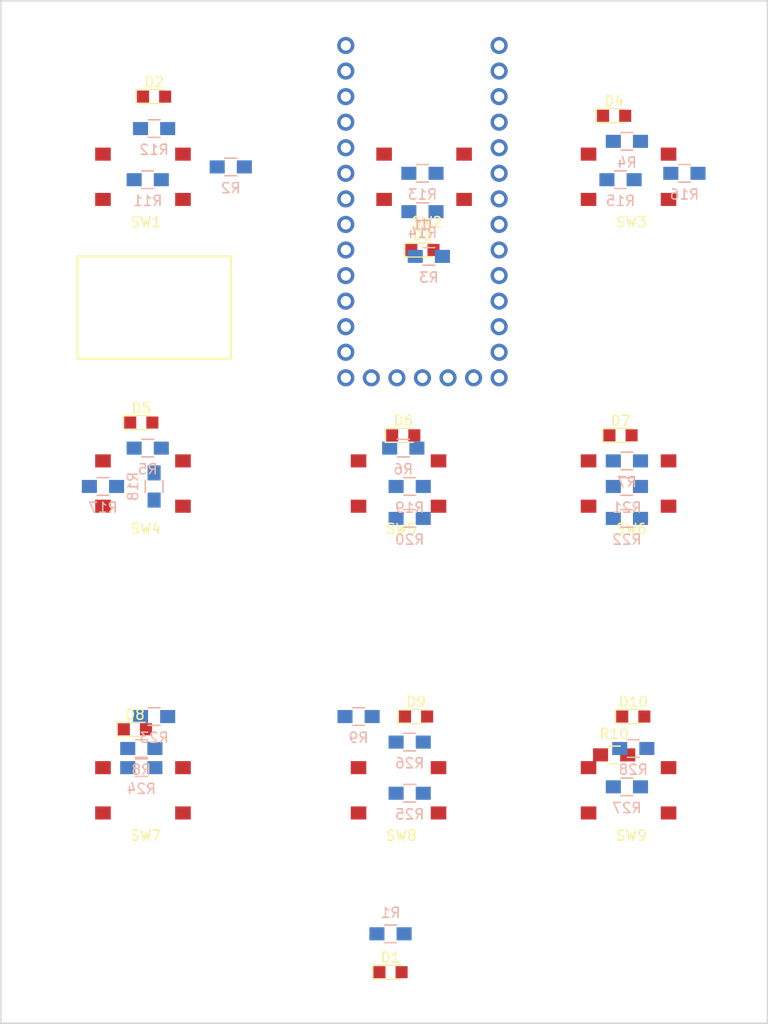
<source format=kicad_pcb>
(kicad_pcb (version 4) (host pcbnew 4.0.5)

  (general
    (links 75)
    (no_connects 75)
    (area 96.444999 40.564999 172.795001 142.315001)
    (thickness 1.6)
    (drawings 8)
    (tracks 0)
    (zones 0)
    (modules 48)
    (nets 53)
  )

  (page A4)
  (layers
    (0 F.Cu signal)
    (31 B.Cu signal)
    (32 B.Adhes user)
    (33 F.Adhes user)
    (34 B.Paste user)
    (35 F.Paste user)
    (36 B.SilkS user)
    (37 F.SilkS user)
    (38 B.Mask user)
    (39 F.Mask user)
    (40 Dwgs.User user)
    (41 Cmts.User user)
    (42 Eco1.User user)
    (43 Eco2.User user)
    (44 Edge.Cuts user)
    (45 Margin user)
    (46 B.CrtYd user)
    (47 F.CrtYd user)
    (48 B.Fab user)
    (49 F.Fab user)
  )

  (setup
    (last_trace_width 0.25)
    (trace_clearance 0.2)
    (zone_clearance 0.508)
    (zone_45_only no)
    (trace_min 0.2)
    (segment_width 0.2)
    (edge_width 0.15)
    (via_size 0.6)
    (via_drill 0.4)
    (via_min_size 0.4)
    (via_min_drill 0.3)
    (uvia_size 0.3)
    (uvia_drill 0.1)
    (uvias_allowed no)
    (uvia_min_size 0.2)
    (uvia_min_drill 0.1)
    (pcb_text_width 0.3)
    (pcb_text_size 1.5 1.5)
    (mod_edge_width 0.15)
    (mod_text_size 1 1)
    (mod_text_width 0.15)
    (pad_size 1.524 1.524)
    (pad_drill 0.762)
    (pad_to_mask_clearance 0.2)
    (aux_axis_origin 0 0)
    (visible_elements FFFEFF7F)
    (pcbplotparams
      (layerselection 0x00030_80000001)
      (usegerberextensions false)
      (excludeedgelayer true)
      (linewidth 0.100000)
      (plotframeref false)
      (viasonmask false)
      (mode 1)
      (useauxorigin false)
      (hpglpennumber 1)
      (hpglpenspeed 20)
      (hpglpendiameter 15)
      (hpglpenoverlay 2)
      (psnegative false)
      (psa4output false)
      (plotreference true)
      (plotvalue true)
      (plotinvisibletext false)
      (padsonsilk false)
      (subtractmaskfromsilk false)
      (outputformat 1)
      (mirror false)
      (drillshape 1)
      (scaleselection 1)
      (outputdirectory ""))
  )

  (net 0 "")
  (net 1 +3V3)
  (net 2 "Net-(D1-Pad1)")
  (net 3 "Net-(D2-Pad1)")
  (net 4 "Net-(D3-Pad1)")
  (net 5 "Net-(D4-Pad1)")
  (net 6 "Net-(D5-Pad1)")
  (net 7 "Net-(D6-Pad1)")
  (net 8 "Net-(D7-Pad1)")
  (net 9 "Net-(D8-Pad1)")
  (net 10 "Net-(D9-Pad1)")
  (net 11 "Net-(D10-Pad1)")
  (net 12 GND)
  (net 13 /LED1)
  (net 14 /LED2)
  (net 15 /LED3)
  (net 16 /LED4)
  (net 17 /LED5)
  (net 18 /LED6)
  (net 19 /LED7)
  (net 20 /LED8)
  (net 21 "Net-(R11-Pad2)")
  (net 22 "Net-(R13-Pad2)")
  (net 23 "Net-(R15-Pad2)")
  (net 24 "Net-(R17-Pad2)")
  (net 25 "Net-(R19-Pad2)")
  (net 26 "Net-(R21-Pad2)")
  (net 27 "Net-(R23-Pad2)")
  (net 28 "Net-(R25-Pad2)")
  (net 29 "Net-(R27-Pad1)")
  (net 30 "Net-(SW1-Pad1)")
  (net 31 "Net-(SW2-Pad1)")
  (net 32 "Net-(SW3-Pad1)")
  (net 33 "Net-(SW4-Pad1)")
  (net 34 "Net-(SW5-Pad1)")
  (net 35 "Net-(SW6-Pad1)")
  (net 36 "Net-(SW7-Pad1)")
  (net 37 "Net-(SW8-Pad1)")
  (net 38 "Net-(SW9-Pad1)")
  (net 39 "Net-(U1-Pad18)")
  (net 40 "Net-(U1-Pad19)")
  (net 41 "Net-(U1-Pad20)")
  (net 42 "Net-(U1-Pad21)")
  (net 43 "Net-(U1-Pad22)")
  (net 44 "Net-(U1-Pad23)")
  (net 45 "Net-(U1-Pad25)")
  (net 46 "Net-(U1-Pad26)")
  (net 47 "Net-(U1-Pad28)")
  (net 48 "Net-(U1-Pad29)")
  (net 49 "Net-(U1-Pad30)")
  (net 50 "Net-(U1-Pad31)")
  (net 51 "Net-(U1-Pad32)")
  (net 52 /LED9)

  (net_class Default "This is the default net class."
    (clearance 0.2)
    (trace_width 0.25)
    (via_dia 0.6)
    (via_drill 0.4)
    (uvia_dia 0.3)
    (uvia_drill 0.1)
    (add_net +3V3)
    (add_net /LED1)
    (add_net /LED2)
    (add_net /LED3)
    (add_net /LED4)
    (add_net /LED5)
    (add_net /LED6)
    (add_net /LED7)
    (add_net /LED8)
    (add_net /LED9)
    (add_net GND)
    (add_net "Net-(D1-Pad1)")
    (add_net "Net-(D10-Pad1)")
    (add_net "Net-(D2-Pad1)")
    (add_net "Net-(D3-Pad1)")
    (add_net "Net-(D4-Pad1)")
    (add_net "Net-(D5-Pad1)")
    (add_net "Net-(D6-Pad1)")
    (add_net "Net-(D7-Pad1)")
    (add_net "Net-(D8-Pad1)")
    (add_net "Net-(D9-Pad1)")
    (add_net "Net-(R11-Pad2)")
    (add_net "Net-(R13-Pad2)")
    (add_net "Net-(R15-Pad2)")
    (add_net "Net-(R17-Pad2)")
    (add_net "Net-(R19-Pad2)")
    (add_net "Net-(R21-Pad2)")
    (add_net "Net-(R23-Pad2)")
    (add_net "Net-(R25-Pad2)")
    (add_net "Net-(R27-Pad1)")
    (add_net "Net-(SW1-Pad1)")
    (add_net "Net-(SW2-Pad1)")
    (add_net "Net-(SW3-Pad1)")
    (add_net "Net-(SW4-Pad1)")
    (add_net "Net-(SW5-Pad1)")
    (add_net "Net-(SW6-Pad1)")
    (add_net "Net-(SW7-Pad1)")
    (add_net "Net-(SW8-Pad1)")
    (add_net "Net-(SW9-Pad1)")
    (add_net "Net-(U1-Pad18)")
    (add_net "Net-(U1-Pad19)")
    (add_net "Net-(U1-Pad20)")
    (add_net "Net-(U1-Pad21)")
    (add_net "Net-(U1-Pad22)")
    (add_net "Net-(U1-Pad23)")
    (add_net "Net-(U1-Pad25)")
    (add_net "Net-(U1-Pad26)")
    (add_net "Net-(U1-Pad28)")
    (add_net "Net-(U1-Pad29)")
    (add_net "Net-(U1-Pad30)")
    (add_net "Net-(U1-Pad31)")
    (add_net "Net-(U1-Pad32)")
  )

  (module LEDs:LED_0805 (layer F.Cu) (tedit 57FE93EC) (tstamp 586B354D)
    (at 135.255 137.16)
    (descr "LED 0805 smd package")
    (tags "LED led 0805 SMD smd SMT smt smdled SMDLED smtled SMTLED")
    (path /586B06D7)
    (attr smd)
    (fp_text reference D1 (at 0 -1.45) (layer F.SilkS)
      (effects (font (size 1 1) (thickness 0.15)))
    )
    (fp_text value LED (at 0 1.55) (layer F.Fab)
      (effects (font (size 1 1) (thickness 0.15)))
    )
    (fp_line (start -1.8 -0.7) (end -1.8 0.7) (layer F.SilkS) (width 0.12))
    (fp_line (start -0.4 -0.4) (end -0.4 0.4) (layer F.Fab) (width 0.1))
    (fp_line (start -0.4 0) (end 0.2 -0.4) (layer F.Fab) (width 0.1))
    (fp_line (start 0.2 0.4) (end -0.4 0) (layer F.Fab) (width 0.1))
    (fp_line (start 0.2 -0.4) (end 0.2 0.4) (layer F.Fab) (width 0.1))
    (fp_line (start 1 0.6) (end -1 0.6) (layer F.Fab) (width 0.1))
    (fp_line (start 1 -0.6) (end 1 0.6) (layer F.Fab) (width 0.1))
    (fp_line (start -1 -0.6) (end 1 -0.6) (layer F.Fab) (width 0.1))
    (fp_line (start -1 0.6) (end -1 -0.6) (layer F.Fab) (width 0.1))
    (fp_line (start -1.8 0.7) (end 1 0.7) (layer F.SilkS) (width 0.12))
    (fp_line (start -1.8 -0.7) (end 1 -0.7) (layer F.SilkS) (width 0.12))
    (fp_line (start 1.95 -0.85) (end 1.95 0.85) (layer F.CrtYd) (width 0.05))
    (fp_line (start 1.95 0.85) (end -1.95 0.85) (layer F.CrtYd) (width 0.05))
    (fp_line (start -1.95 0.85) (end -1.95 -0.85) (layer F.CrtYd) (width 0.05))
    (fp_line (start -1.95 -0.85) (end 1.95 -0.85) (layer F.CrtYd) (width 0.05))
    (pad 2 smd rect (at 1.1 0 180) (size 1.2 1.2) (layers F.Cu F.Paste F.Mask)
      (net 1 +3V3))
    (pad 1 smd rect (at -1.1 0 180) (size 1.2 1.2) (layers F.Cu F.Paste F.Mask)
      (net 2 "Net-(D1-Pad1)"))
    (model LEDs.3dshapes/LED_0805.wrl
      (at (xyz 0 0 0))
      (scale (xyz 1 1 1))
      (rotate (xyz 0 0 180))
    )
  )

  (module LEDs:LED_0805 (layer F.Cu) (tedit 57FE93EC) (tstamp 586B3562)
    (at 111.76 50.165)
    (descr "LED 0805 smd package")
    (tags "LED led 0805 SMD smd SMT smt smdled SMDLED smtled SMTLED")
    (path /586BCDAD)
    (attr smd)
    (fp_text reference D2 (at 0 -1.45) (layer F.SilkS)
      (effects (font (size 1 1) (thickness 0.15)))
    )
    (fp_text value LED (at 0 1.55) (layer F.Fab)
      (effects (font (size 1 1) (thickness 0.15)))
    )
    (fp_line (start -1.8 -0.7) (end -1.8 0.7) (layer F.SilkS) (width 0.12))
    (fp_line (start -0.4 -0.4) (end -0.4 0.4) (layer F.Fab) (width 0.1))
    (fp_line (start -0.4 0) (end 0.2 -0.4) (layer F.Fab) (width 0.1))
    (fp_line (start 0.2 0.4) (end -0.4 0) (layer F.Fab) (width 0.1))
    (fp_line (start 0.2 -0.4) (end 0.2 0.4) (layer F.Fab) (width 0.1))
    (fp_line (start 1 0.6) (end -1 0.6) (layer F.Fab) (width 0.1))
    (fp_line (start 1 -0.6) (end 1 0.6) (layer F.Fab) (width 0.1))
    (fp_line (start -1 -0.6) (end 1 -0.6) (layer F.Fab) (width 0.1))
    (fp_line (start -1 0.6) (end -1 -0.6) (layer F.Fab) (width 0.1))
    (fp_line (start -1.8 0.7) (end 1 0.7) (layer F.SilkS) (width 0.12))
    (fp_line (start -1.8 -0.7) (end 1 -0.7) (layer F.SilkS) (width 0.12))
    (fp_line (start 1.95 -0.85) (end 1.95 0.85) (layer F.CrtYd) (width 0.05))
    (fp_line (start 1.95 0.85) (end -1.95 0.85) (layer F.CrtYd) (width 0.05))
    (fp_line (start -1.95 0.85) (end -1.95 -0.85) (layer F.CrtYd) (width 0.05))
    (fp_line (start -1.95 -0.85) (end 1.95 -0.85) (layer F.CrtYd) (width 0.05))
    (pad 2 smd rect (at 1.1 0 180) (size 1.2 1.2) (layers F.Cu F.Paste F.Mask)
      (net 1 +3V3))
    (pad 1 smd rect (at -1.1 0 180) (size 1.2 1.2) (layers F.Cu F.Paste F.Mask)
      (net 3 "Net-(D2-Pad1)"))
    (model LEDs.3dshapes/LED_0805.wrl
      (at (xyz 0 0 0))
      (scale (xyz 1 1 1))
      (rotate (xyz 0 0 180))
    )
  )

  (module LEDs:LED_0805 (layer F.Cu) (tedit 57FE93EC) (tstamp 586B3577)
    (at 138.43 65.405)
    (descr "LED 0805 smd package")
    (tags "LED led 0805 SMD smd SMT smt smdled SMDLED smtled SMTLED")
    (path /586BCD0C)
    (attr smd)
    (fp_text reference D3 (at 0 -1.45) (layer F.SilkS)
      (effects (font (size 1 1) (thickness 0.15)))
    )
    (fp_text value LED (at 0 1.55) (layer F.Fab)
      (effects (font (size 1 1) (thickness 0.15)))
    )
    (fp_line (start -1.8 -0.7) (end -1.8 0.7) (layer F.SilkS) (width 0.12))
    (fp_line (start -0.4 -0.4) (end -0.4 0.4) (layer F.Fab) (width 0.1))
    (fp_line (start -0.4 0) (end 0.2 -0.4) (layer F.Fab) (width 0.1))
    (fp_line (start 0.2 0.4) (end -0.4 0) (layer F.Fab) (width 0.1))
    (fp_line (start 0.2 -0.4) (end 0.2 0.4) (layer F.Fab) (width 0.1))
    (fp_line (start 1 0.6) (end -1 0.6) (layer F.Fab) (width 0.1))
    (fp_line (start 1 -0.6) (end 1 0.6) (layer F.Fab) (width 0.1))
    (fp_line (start -1 -0.6) (end 1 -0.6) (layer F.Fab) (width 0.1))
    (fp_line (start -1 0.6) (end -1 -0.6) (layer F.Fab) (width 0.1))
    (fp_line (start -1.8 0.7) (end 1 0.7) (layer F.SilkS) (width 0.12))
    (fp_line (start -1.8 -0.7) (end 1 -0.7) (layer F.SilkS) (width 0.12))
    (fp_line (start 1.95 -0.85) (end 1.95 0.85) (layer F.CrtYd) (width 0.05))
    (fp_line (start 1.95 0.85) (end -1.95 0.85) (layer F.CrtYd) (width 0.05))
    (fp_line (start -1.95 0.85) (end -1.95 -0.85) (layer F.CrtYd) (width 0.05))
    (fp_line (start -1.95 -0.85) (end 1.95 -0.85) (layer F.CrtYd) (width 0.05))
    (pad 2 smd rect (at 1.1 0 180) (size 1.2 1.2) (layers F.Cu F.Paste F.Mask)
      (net 1 +3V3))
    (pad 1 smd rect (at -1.1 0 180) (size 1.2 1.2) (layers F.Cu F.Paste F.Mask)
      (net 4 "Net-(D3-Pad1)"))
    (model LEDs.3dshapes/LED_0805.wrl
      (at (xyz 0 0 0))
      (scale (xyz 1 1 1))
      (rotate (xyz 0 0 180))
    )
  )

  (module LEDs:LED_0805 (layer F.Cu) (tedit 57FE93EC) (tstamp 586B358C)
    (at 157.48 52.07)
    (descr "LED 0805 smd package")
    (tags "LED led 0805 SMD smd SMT smt smdled SMDLED smtled SMTLED")
    (path /586BCC76)
    (attr smd)
    (fp_text reference D4 (at 0 -1.45) (layer F.SilkS)
      (effects (font (size 1 1) (thickness 0.15)))
    )
    (fp_text value LED (at 0 1.55) (layer F.Fab)
      (effects (font (size 1 1) (thickness 0.15)))
    )
    (fp_line (start -1.8 -0.7) (end -1.8 0.7) (layer F.SilkS) (width 0.12))
    (fp_line (start -0.4 -0.4) (end -0.4 0.4) (layer F.Fab) (width 0.1))
    (fp_line (start -0.4 0) (end 0.2 -0.4) (layer F.Fab) (width 0.1))
    (fp_line (start 0.2 0.4) (end -0.4 0) (layer F.Fab) (width 0.1))
    (fp_line (start 0.2 -0.4) (end 0.2 0.4) (layer F.Fab) (width 0.1))
    (fp_line (start 1 0.6) (end -1 0.6) (layer F.Fab) (width 0.1))
    (fp_line (start 1 -0.6) (end 1 0.6) (layer F.Fab) (width 0.1))
    (fp_line (start -1 -0.6) (end 1 -0.6) (layer F.Fab) (width 0.1))
    (fp_line (start -1 0.6) (end -1 -0.6) (layer F.Fab) (width 0.1))
    (fp_line (start -1.8 0.7) (end 1 0.7) (layer F.SilkS) (width 0.12))
    (fp_line (start -1.8 -0.7) (end 1 -0.7) (layer F.SilkS) (width 0.12))
    (fp_line (start 1.95 -0.85) (end 1.95 0.85) (layer F.CrtYd) (width 0.05))
    (fp_line (start 1.95 0.85) (end -1.95 0.85) (layer F.CrtYd) (width 0.05))
    (fp_line (start -1.95 0.85) (end -1.95 -0.85) (layer F.CrtYd) (width 0.05))
    (fp_line (start -1.95 -0.85) (end 1.95 -0.85) (layer F.CrtYd) (width 0.05))
    (pad 2 smd rect (at 1.1 0 180) (size 1.2 1.2) (layers F.Cu F.Paste F.Mask)
      (net 1 +3V3))
    (pad 1 smd rect (at -1.1 0 180) (size 1.2 1.2) (layers F.Cu F.Paste F.Mask)
      (net 5 "Net-(D4-Pad1)"))
    (model LEDs.3dshapes/LED_0805.wrl
      (at (xyz 0 0 0))
      (scale (xyz 1 1 1))
      (rotate (xyz 0 0 180))
    )
  )

  (module LEDs:LED_0805 (layer F.Cu) (tedit 57FE93EC) (tstamp 586B35A1)
    (at 110.49 82.55)
    (descr "LED 0805 smd package")
    (tags "LED led 0805 SMD smd SMT smt smdled SMDLED smtled SMTLED")
    (path /586BCBDF)
    (attr smd)
    (fp_text reference D5 (at 0 -1.45) (layer F.SilkS)
      (effects (font (size 1 1) (thickness 0.15)))
    )
    (fp_text value LED (at 0 1.55) (layer F.Fab)
      (effects (font (size 1 1) (thickness 0.15)))
    )
    (fp_line (start -1.8 -0.7) (end -1.8 0.7) (layer F.SilkS) (width 0.12))
    (fp_line (start -0.4 -0.4) (end -0.4 0.4) (layer F.Fab) (width 0.1))
    (fp_line (start -0.4 0) (end 0.2 -0.4) (layer F.Fab) (width 0.1))
    (fp_line (start 0.2 0.4) (end -0.4 0) (layer F.Fab) (width 0.1))
    (fp_line (start 0.2 -0.4) (end 0.2 0.4) (layer F.Fab) (width 0.1))
    (fp_line (start 1 0.6) (end -1 0.6) (layer F.Fab) (width 0.1))
    (fp_line (start 1 -0.6) (end 1 0.6) (layer F.Fab) (width 0.1))
    (fp_line (start -1 -0.6) (end 1 -0.6) (layer F.Fab) (width 0.1))
    (fp_line (start -1 0.6) (end -1 -0.6) (layer F.Fab) (width 0.1))
    (fp_line (start -1.8 0.7) (end 1 0.7) (layer F.SilkS) (width 0.12))
    (fp_line (start -1.8 -0.7) (end 1 -0.7) (layer F.SilkS) (width 0.12))
    (fp_line (start 1.95 -0.85) (end 1.95 0.85) (layer F.CrtYd) (width 0.05))
    (fp_line (start 1.95 0.85) (end -1.95 0.85) (layer F.CrtYd) (width 0.05))
    (fp_line (start -1.95 0.85) (end -1.95 -0.85) (layer F.CrtYd) (width 0.05))
    (fp_line (start -1.95 -0.85) (end 1.95 -0.85) (layer F.CrtYd) (width 0.05))
    (pad 2 smd rect (at 1.1 0 180) (size 1.2 1.2) (layers F.Cu F.Paste F.Mask)
      (net 1 +3V3))
    (pad 1 smd rect (at -1.1 0 180) (size 1.2 1.2) (layers F.Cu F.Paste F.Mask)
      (net 6 "Net-(D5-Pad1)"))
    (model LEDs.3dshapes/LED_0805.wrl
      (at (xyz 0 0 0))
      (scale (xyz 1 1 1))
      (rotate (xyz 0 0 180))
    )
  )

  (module LEDs:LED_0805 (layer F.Cu) (tedit 57FE93EC) (tstamp 586B35B6)
    (at 136.525 83.82)
    (descr "LED 0805 smd package")
    (tags "LED led 0805 SMD smd SMT smt smdled SMDLED smtled SMTLED")
    (path /586BCB5B)
    (attr smd)
    (fp_text reference D6 (at 0 -1.45) (layer F.SilkS)
      (effects (font (size 1 1) (thickness 0.15)))
    )
    (fp_text value LED (at 0 1.55) (layer F.Fab)
      (effects (font (size 1 1) (thickness 0.15)))
    )
    (fp_line (start -1.8 -0.7) (end -1.8 0.7) (layer F.SilkS) (width 0.12))
    (fp_line (start -0.4 -0.4) (end -0.4 0.4) (layer F.Fab) (width 0.1))
    (fp_line (start -0.4 0) (end 0.2 -0.4) (layer F.Fab) (width 0.1))
    (fp_line (start 0.2 0.4) (end -0.4 0) (layer F.Fab) (width 0.1))
    (fp_line (start 0.2 -0.4) (end 0.2 0.4) (layer F.Fab) (width 0.1))
    (fp_line (start 1 0.6) (end -1 0.6) (layer F.Fab) (width 0.1))
    (fp_line (start 1 -0.6) (end 1 0.6) (layer F.Fab) (width 0.1))
    (fp_line (start -1 -0.6) (end 1 -0.6) (layer F.Fab) (width 0.1))
    (fp_line (start -1 0.6) (end -1 -0.6) (layer F.Fab) (width 0.1))
    (fp_line (start -1.8 0.7) (end 1 0.7) (layer F.SilkS) (width 0.12))
    (fp_line (start -1.8 -0.7) (end 1 -0.7) (layer F.SilkS) (width 0.12))
    (fp_line (start 1.95 -0.85) (end 1.95 0.85) (layer F.CrtYd) (width 0.05))
    (fp_line (start 1.95 0.85) (end -1.95 0.85) (layer F.CrtYd) (width 0.05))
    (fp_line (start -1.95 0.85) (end -1.95 -0.85) (layer F.CrtYd) (width 0.05))
    (fp_line (start -1.95 -0.85) (end 1.95 -0.85) (layer F.CrtYd) (width 0.05))
    (pad 2 smd rect (at 1.1 0 180) (size 1.2 1.2) (layers F.Cu F.Paste F.Mask)
      (net 1 +3V3))
    (pad 1 smd rect (at -1.1 0 180) (size 1.2 1.2) (layers F.Cu F.Paste F.Mask)
      (net 7 "Net-(D6-Pad1)"))
    (model LEDs.3dshapes/LED_0805.wrl
      (at (xyz 0 0 0))
      (scale (xyz 1 1 1))
      (rotate (xyz 0 0 180))
    )
  )

  (module LEDs:LED_0805 (layer F.Cu) (tedit 57FE93EC) (tstamp 586B35CB)
    (at 158.115 83.82)
    (descr "LED 0805 smd package")
    (tags "LED led 0805 SMD smd SMT smt smdled SMDLED smtled SMTLED")
    (path /586BCAC8)
    (attr smd)
    (fp_text reference D7 (at 0 -1.45) (layer F.SilkS)
      (effects (font (size 1 1) (thickness 0.15)))
    )
    (fp_text value LED (at 0 1.55) (layer F.Fab)
      (effects (font (size 1 1) (thickness 0.15)))
    )
    (fp_line (start -1.8 -0.7) (end -1.8 0.7) (layer F.SilkS) (width 0.12))
    (fp_line (start -0.4 -0.4) (end -0.4 0.4) (layer F.Fab) (width 0.1))
    (fp_line (start -0.4 0) (end 0.2 -0.4) (layer F.Fab) (width 0.1))
    (fp_line (start 0.2 0.4) (end -0.4 0) (layer F.Fab) (width 0.1))
    (fp_line (start 0.2 -0.4) (end 0.2 0.4) (layer F.Fab) (width 0.1))
    (fp_line (start 1 0.6) (end -1 0.6) (layer F.Fab) (width 0.1))
    (fp_line (start 1 -0.6) (end 1 0.6) (layer F.Fab) (width 0.1))
    (fp_line (start -1 -0.6) (end 1 -0.6) (layer F.Fab) (width 0.1))
    (fp_line (start -1 0.6) (end -1 -0.6) (layer F.Fab) (width 0.1))
    (fp_line (start -1.8 0.7) (end 1 0.7) (layer F.SilkS) (width 0.12))
    (fp_line (start -1.8 -0.7) (end 1 -0.7) (layer F.SilkS) (width 0.12))
    (fp_line (start 1.95 -0.85) (end 1.95 0.85) (layer F.CrtYd) (width 0.05))
    (fp_line (start 1.95 0.85) (end -1.95 0.85) (layer F.CrtYd) (width 0.05))
    (fp_line (start -1.95 0.85) (end -1.95 -0.85) (layer F.CrtYd) (width 0.05))
    (fp_line (start -1.95 -0.85) (end 1.95 -0.85) (layer F.CrtYd) (width 0.05))
    (pad 2 smd rect (at 1.1 0 180) (size 1.2 1.2) (layers F.Cu F.Paste F.Mask)
      (net 1 +3V3))
    (pad 1 smd rect (at -1.1 0 180) (size 1.2 1.2) (layers F.Cu F.Paste F.Mask)
      (net 8 "Net-(D7-Pad1)"))
    (model LEDs.3dshapes/LED_0805.wrl
      (at (xyz 0 0 0))
      (scale (xyz 1 1 1))
      (rotate (xyz 0 0 180))
    )
  )

  (module LEDs:LED_0805 (layer F.Cu) (tedit 57FE93EC) (tstamp 586B35E0)
    (at 109.855 113.03)
    (descr "LED 0805 smd package")
    (tags "LED led 0805 SMD smd SMT smt smdled SMDLED smtled SMTLED")
    (path /586BCA3A)
    (attr smd)
    (fp_text reference D8 (at 0 -1.45) (layer F.SilkS)
      (effects (font (size 1 1) (thickness 0.15)))
    )
    (fp_text value LED (at 0 1.55) (layer F.Fab)
      (effects (font (size 1 1) (thickness 0.15)))
    )
    (fp_line (start -1.8 -0.7) (end -1.8 0.7) (layer F.SilkS) (width 0.12))
    (fp_line (start -0.4 -0.4) (end -0.4 0.4) (layer F.Fab) (width 0.1))
    (fp_line (start -0.4 0) (end 0.2 -0.4) (layer F.Fab) (width 0.1))
    (fp_line (start 0.2 0.4) (end -0.4 0) (layer F.Fab) (width 0.1))
    (fp_line (start 0.2 -0.4) (end 0.2 0.4) (layer F.Fab) (width 0.1))
    (fp_line (start 1 0.6) (end -1 0.6) (layer F.Fab) (width 0.1))
    (fp_line (start 1 -0.6) (end 1 0.6) (layer F.Fab) (width 0.1))
    (fp_line (start -1 -0.6) (end 1 -0.6) (layer F.Fab) (width 0.1))
    (fp_line (start -1 0.6) (end -1 -0.6) (layer F.Fab) (width 0.1))
    (fp_line (start -1.8 0.7) (end 1 0.7) (layer F.SilkS) (width 0.12))
    (fp_line (start -1.8 -0.7) (end 1 -0.7) (layer F.SilkS) (width 0.12))
    (fp_line (start 1.95 -0.85) (end 1.95 0.85) (layer F.CrtYd) (width 0.05))
    (fp_line (start 1.95 0.85) (end -1.95 0.85) (layer F.CrtYd) (width 0.05))
    (fp_line (start -1.95 0.85) (end -1.95 -0.85) (layer F.CrtYd) (width 0.05))
    (fp_line (start -1.95 -0.85) (end 1.95 -0.85) (layer F.CrtYd) (width 0.05))
    (pad 2 smd rect (at 1.1 0 180) (size 1.2 1.2) (layers F.Cu F.Paste F.Mask)
      (net 1 +3V3))
    (pad 1 smd rect (at -1.1 0 180) (size 1.2 1.2) (layers F.Cu F.Paste F.Mask)
      (net 9 "Net-(D8-Pad1)"))
    (model LEDs.3dshapes/LED_0805.wrl
      (at (xyz 0 0 0))
      (scale (xyz 1 1 1))
      (rotate (xyz 0 0 180))
    )
  )

  (module LEDs:LED_0805 (layer F.Cu) (tedit 57FE93EC) (tstamp 586B35F5)
    (at 137.795 111.76)
    (descr "LED 0805 smd package")
    (tags "LED led 0805 SMD smd SMT smt smdled SMDLED smtled SMTLED")
    (path /586BC9AD)
    (attr smd)
    (fp_text reference D9 (at 0 -1.45) (layer F.SilkS)
      (effects (font (size 1 1) (thickness 0.15)))
    )
    (fp_text value LED (at 0 1.55) (layer F.Fab)
      (effects (font (size 1 1) (thickness 0.15)))
    )
    (fp_line (start -1.8 -0.7) (end -1.8 0.7) (layer F.SilkS) (width 0.12))
    (fp_line (start -0.4 -0.4) (end -0.4 0.4) (layer F.Fab) (width 0.1))
    (fp_line (start -0.4 0) (end 0.2 -0.4) (layer F.Fab) (width 0.1))
    (fp_line (start 0.2 0.4) (end -0.4 0) (layer F.Fab) (width 0.1))
    (fp_line (start 0.2 -0.4) (end 0.2 0.4) (layer F.Fab) (width 0.1))
    (fp_line (start 1 0.6) (end -1 0.6) (layer F.Fab) (width 0.1))
    (fp_line (start 1 -0.6) (end 1 0.6) (layer F.Fab) (width 0.1))
    (fp_line (start -1 -0.6) (end 1 -0.6) (layer F.Fab) (width 0.1))
    (fp_line (start -1 0.6) (end -1 -0.6) (layer F.Fab) (width 0.1))
    (fp_line (start -1.8 0.7) (end 1 0.7) (layer F.SilkS) (width 0.12))
    (fp_line (start -1.8 -0.7) (end 1 -0.7) (layer F.SilkS) (width 0.12))
    (fp_line (start 1.95 -0.85) (end 1.95 0.85) (layer F.CrtYd) (width 0.05))
    (fp_line (start 1.95 0.85) (end -1.95 0.85) (layer F.CrtYd) (width 0.05))
    (fp_line (start -1.95 0.85) (end -1.95 -0.85) (layer F.CrtYd) (width 0.05))
    (fp_line (start -1.95 -0.85) (end 1.95 -0.85) (layer F.CrtYd) (width 0.05))
    (pad 2 smd rect (at 1.1 0 180) (size 1.2 1.2) (layers F.Cu F.Paste F.Mask)
      (net 1 +3V3))
    (pad 1 smd rect (at -1.1 0 180) (size 1.2 1.2) (layers F.Cu F.Paste F.Mask)
      (net 10 "Net-(D9-Pad1)"))
    (model LEDs.3dshapes/LED_0805.wrl
      (at (xyz 0 0 0))
      (scale (xyz 1 1 1))
      (rotate (xyz 0 0 180))
    )
  )

  (module LEDs:LED_0805 (layer F.Cu) (tedit 57FE93EC) (tstamp 586B360A)
    (at 159.385 111.76)
    (descr "LED 0805 smd package")
    (tags "LED led 0805 SMD smd SMT smt smdled SMDLED smtled SMTLED")
    (path /586BC4D4)
    (attr smd)
    (fp_text reference D10 (at 0 -1.45) (layer F.SilkS)
      (effects (font (size 1 1) (thickness 0.15)))
    )
    (fp_text value LED (at 0 1.55) (layer F.Fab)
      (effects (font (size 1 1) (thickness 0.15)))
    )
    (fp_line (start -1.8 -0.7) (end -1.8 0.7) (layer F.SilkS) (width 0.12))
    (fp_line (start -0.4 -0.4) (end -0.4 0.4) (layer F.Fab) (width 0.1))
    (fp_line (start -0.4 0) (end 0.2 -0.4) (layer F.Fab) (width 0.1))
    (fp_line (start 0.2 0.4) (end -0.4 0) (layer F.Fab) (width 0.1))
    (fp_line (start 0.2 -0.4) (end 0.2 0.4) (layer F.Fab) (width 0.1))
    (fp_line (start 1 0.6) (end -1 0.6) (layer F.Fab) (width 0.1))
    (fp_line (start 1 -0.6) (end 1 0.6) (layer F.Fab) (width 0.1))
    (fp_line (start -1 -0.6) (end 1 -0.6) (layer F.Fab) (width 0.1))
    (fp_line (start -1 0.6) (end -1 -0.6) (layer F.Fab) (width 0.1))
    (fp_line (start -1.8 0.7) (end 1 0.7) (layer F.SilkS) (width 0.12))
    (fp_line (start -1.8 -0.7) (end 1 -0.7) (layer F.SilkS) (width 0.12))
    (fp_line (start 1.95 -0.85) (end 1.95 0.85) (layer F.CrtYd) (width 0.05))
    (fp_line (start 1.95 0.85) (end -1.95 0.85) (layer F.CrtYd) (width 0.05))
    (fp_line (start -1.95 0.85) (end -1.95 -0.85) (layer F.CrtYd) (width 0.05))
    (fp_line (start -1.95 -0.85) (end 1.95 -0.85) (layer F.CrtYd) (width 0.05))
    (pad 2 smd rect (at 1.1 0 180) (size 1.2 1.2) (layers F.Cu F.Paste F.Mask)
      (net 1 +3V3))
    (pad 1 smd rect (at -1.1 0 180) (size 1.2 1.2) (layers F.Cu F.Paste F.Mask)
      (net 11 "Net-(D10-Pad1)"))
    (model LEDs.3dshapes/LED_0805.wrl
      (at (xyz 0 0 0))
      (scale (xyz 1 1 1))
      (rotate (xyz 0 0 180))
    )
  )

  (module Resistors_SMD:R_0805_HandSoldering (layer B.Cu) (tedit 58307B90) (tstamp 586B361A)
    (at 135.255 133.35 180)
    (descr "Resistor SMD 0805, hand soldering")
    (tags "resistor 0805")
    (path /586B068F)
    (attr smd)
    (fp_text reference R1 (at 0 2.1 180) (layer B.SilkS)
      (effects (font (size 1 1) (thickness 0.15)) (justify mirror))
    )
    (fp_text value 500 (at 0 -2.1 180) (layer B.Fab)
      (effects (font (size 1 1) (thickness 0.15)) (justify mirror))
    )
    (fp_line (start -1 -0.625) (end -1 0.625) (layer B.Fab) (width 0.1))
    (fp_line (start 1 -0.625) (end -1 -0.625) (layer B.Fab) (width 0.1))
    (fp_line (start 1 0.625) (end 1 -0.625) (layer B.Fab) (width 0.1))
    (fp_line (start -1 0.625) (end 1 0.625) (layer B.Fab) (width 0.1))
    (fp_line (start -2.4 1) (end 2.4 1) (layer B.CrtYd) (width 0.05))
    (fp_line (start -2.4 -1) (end 2.4 -1) (layer B.CrtYd) (width 0.05))
    (fp_line (start -2.4 1) (end -2.4 -1) (layer B.CrtYd) (width 0.05))
    (fp_line (start 2.4 1) (end 2.4 -1) (layer B.CrtYd) (width 0.05))
    (fp_line (start 0.6 -0.875) (end -0.6 -0.875) (layer B.SilkS) (width 0.15))
    (fp_line (start -0.6 0.875) (end 0.6 0.875) (layer B.SilkS) (width 0.15))
    (pad 1 smd rect (at -1.35 0 180) (size 1.5 1.3) (layers B.Cu B.Paste B.Mask)
      (net 2 "Net-(D1-Pad1)"))
    (pad 2 smd rect (at 1.35 0 180) (size 1.5 1.3) (layers B.Cu B.Paste B.Mask)
      (net 12 GND))
    (model Resistors_SMD.3dshapes/R_0805_HandSoldering.wrl
      (at (xyz 0 0 0))
      (scale (xyz 1 1 1))
      (rotate (xyz 0 0 0))
    )
  )

  (module Resistors_SMD:R_0805_HandSoldering (layer B.Cu) (tedit 58307B90) (tstamp 586B362A)
    (at 119.38 57.15)
    (descr "Resistor SMD 0805, hand soldering")
    (tags "resistor 0805")
    (path /586BE123)
    (attr smd)
    (fp_text reference R2 (at 0 2.1) (layer B.SilkS)
      (effects (font (size 1 1) (thickness 0.15)) (justify mirror))
    )
    (fp_text value 500 (at 0 -2.1) (layer B.Fab)
      (effects (font (size 1 1) (thickness 0.15)) (justify mirror))
    )
    (fp_line (start -1 -0.625) (end -1 0.625) (layer B.Fab) (width 0.1))
    (fp_line (start 1 -0.625) (end -1 -0.625) (layer B.Fab) (width 0.1))
    (fp_line (start 1 0.625) (end 1 -0.625) (layer B.Fab) (width 0.1))
    (fp_line (start -1 0.625) (end 1 0.625) (layer B.Fab) (width 0.1))
    (fp_line (start -2.4 1) (end 2.4 1) (layer B.CrtYd) (width 0.05))
    (fp_line (start -2.4 -1) (end 2.4 -1) (layer B.CrtYd) (width 0.05))
    (fp_line (start -2.4 1) (end -2.4 -1) (layer B.CrtYd) (width 0.05))
    (fp_line (start 2.4 1) (end 2.4 -1) (layer B.CrtYd) (width 0.05))
    (fp_line (start 0.6 -0.875) (end -0.6 -0.875) (layer B.SilkS) (width 0.15))
    (fp_line (start -0.6 0.875) (end 0.6 0.875) (layer B.SilkS) (width 0.15))
    (pad 1 smd rect (at -1.35 0) (size 1.5 1.3) (layers B.Cu B.Paste B.Mask)
      (net 3 "Net-(D2-Pad1)"))
    (pad 2 smd rect (at 1.35 0) (size 1.5 1.3) (layers B.Cu B.Paste B.Mask)
      (net 13 /LED1))
    (model Resistors_SMD.3dshapes/R_0805_HandSoldering.wrl
      (at (xyz 0 0 0))
      (scale (xyz 1 1 1))
      (rotate (xyz 0 0 0))
    )
  )

  (module Resistors_SMD:R_0805_HandSoldering (layer B.Cu) (tedit 58307B90) (tstamp 586B363A)
    (at 139.065 66.04)
    (descr "Resistor SMD 0805, hand soldering")
    (tags "resistor 0805")
    (path /586BE048)
    (attr smd)
    (fp_text reference R3 (at 0 2.1) (layer B.SilkS)
      (effects (font (size 1 1) (thickness 0.15)) (justify mirror))
    )
    (fp_text value 500 (at 0 -2.1) (layer B.Fab)
      (effects (font (size 1 1) (thickness 0.15)) (justify mirror))
    )
    (fp_line (start -1 -0.625) (end -1 0.625) (layer B.Fab) (width 0.1))
    (fp_line (start 1 -0.625) (end -1 -0.625) (layer B.Fab) (width 0.1))
    (fp_line (start 1 0.625) (end 1 -0.625) (layer B.Fab) (width 0.1))
    (fp_line (start -1 0.625) (end 1 0.625) (layer B.Fab) (width 0.1))
    (fp_line (start -2.4 1) (end 2.4 1) (layer B.CrtYd) (width 0.05))
    (fp_line (start -2.4 -1) (end 2.4 -1) (layer B.CrtYd) (width 0.05))
    (fp_line (start -2.4 1) (end -2.4 -1) (layer B.CrtYd) (width 0.05))
    (fp_line (start 2.4 1) (end 2.4 -1) (layer B.CrtYd) (width 0.05))
    (fp_line (start 0.6 -0.875) (end -0.6 -0.875) (layer B.SilkS) (width 0.15))
    (fp_line (start -0.6 0.875) (end 0.6 0.875) (layer B.SilkS) (width 0.15))
    (pad 1 smd rect (at -1.35 0) (size 1.5 1.3) (layers B.Cu B.Paste B.Mask)
      (net 4 "Net-(D3-Pad1)"))
    (pad 2 smd rect (at 1.35 0) (size 1.5 1.3) (layers B.Cu B.Paste B.Mask)
      (net 14 /LED2))
    (model Resistors_SMD.3dshapes/R_0805_HandSoldering.wrl
      (at (xyz 0 0 0))
      (scale (xyz 1 1 1))
      (rotate (xyz 0 0 0))
    )
  )

  (module Resistors_SMD:R_0805_HandSoldering (layer B.Cu) (tedit 58307B90) (tstamp 586B364A)
    (at 158.75 54.61)
    (descr "Resistor SMD 0805, hand soldering")
    (tags "resistor 0805")
    (path /586BDF9C)
    (attr smd)
    (fp_text reference R4 (at 0 2.1) (layer B.SilkS)
      (effects (font (size 1 1) (thickness 0.15)) (justify mirror))
    )
    (fp_text value 500 (at 0 -2.1) (layer B.Fab)
      (effects (font (size 1 1) (thickness 0.15)) (justify mirror))
    )
    (fp_line (start -1 -0.625) (end -1 0.625) (layer B.Fab) (width 0.1))
    (fp_line (start 1 -0.625) (end -1 -0.625) (layer B.Fab) (width 0.1))
    (fp_line (start 1 0.625) (end 1 -0.625) (layer B.Fab) (width 0.1))
    (fp_line (start -1 0.625) (end 1 0.625) (layer B.Fab) (width 0.1))
    (fp_line (start -2.4 1) (end 2.4 1) (layer B.CrtYd) (width 0.05))
    (fp_line (start -2.4 -1) (end 2.4 -1) (layer B.CrtYd) (width 0.05))
    (fp_line (start -2.4 1) (end -2.4 -1) (layer B.CrtYd) (width 0.05))
    (fp_line (start 2.4 1) (end 2.4 -1) (layer B.CrtYd) (width 0.05))
    (fp_line (start 0.6 -0.875) (end -0.6 -0.875) (layer B.SilkS) (width 0.15))
    (fp_line (start -0.6 0.875) (end 0.6 0.875) (layer B.SilkS) (width 0.15))
    (pad 1 smd rect (at -1.35 0) (size 1.5 1.3) (layers B.Cu B.Paste B.Mask)
      (net 5 "Net-(D4-Pad1)"))
    (pad 2 smd rect (at 1.35 0) (size 1.5 1.3) (layers B.Cu B.Paste B.Mask)
      (net 15 /LED3))
    (model Resistors_SMD.3dshapes/R_0805_HandSoldering.wrl
      (at (xyz 0 0 0))
      (scale (xyz 1 1 1))
      (rotate (xyz 0 0 0))
    )
  )

  (module Resistors_SMD:R_0805_HandSoldering (layer B.Cu) (tedit 58307B90) (tstamp 586B365A)
    (at 111.125 85.09)
    (descr "Resistor SMD 0805, hand soldering")
    (tags "resistor 0805")
    (path /586BDECB)
    (attr smd)
    (fp_text reference R5 (at 0 2.1) (layer B.SilkS)
      (effects (font (size 1 1) (thickness 0.15)) (justify mirror))
    )
    (fp_text value 500 (at 0 -2.1) (layer B.Fab)
      (effects (font (size 1 1) (thickness 0.15)) (justify mirror))
    )
    (fp_line (start -1 -0.625) (end -1 0.625) (layer B.Fab) (width 0.1))
    (fp_line (start 1 -0.625) (end -1 -0.625) (layer B.Fab) (width 0.1))
    (fp_line (start 1 0.625) (end 1 -0.625) (layer B.Fab) (width 0.1))
    (fp_line (start -1 0.625) (end 1 0.625) (layer B.Fab) (width 0.1))
    (fp_line (start -2.4 1) (end 2.4 1) (layer B.CrtYd) (width 0.05))
    (fp_line (start -2.4 -1) (end 2.4 -1) (layer B.CrtYd) (width 0.05))
    (fp_line (start -2.4 1) (end -2.4 -1) (layer B.CrtYd) (width 0.05))
    (fp_line (start 2.4 1) (end 2.4 -1) (layer B.CrtYd) (width 0.05))
    (fp_line (start 0.6 -0.875) (end -0.6 -0.875) (layer B.SilkS) (width 0.15))
    (fp_line (start -0.6 0.875) (end 0.6 0.875) (layer B.SilkS) (width 0.15))
    (pad 1 smd rect (at -1.35 0) (size 1.5 1.3) (layers B.Cu B.Paste B.Mask)
      (net 6 "Net-(D5-Pad1)"))
    (pad 2 smd rect (at 1.35 0) (size 1.5 1.3) (layers B.Cu B.Paste B.Mask)
      (net 16 /LED4))
    (model Resistors_SMD.3dshapes/R_0805_HandSoldering.wrl
      (at (xyz 0 0 0))
      (scale (xyz 1 1 1))
      (rotate (xyz 0 0 0))
    )
  )

  (module Resistors_SMD:R_0805_HandSoldering (layer B.Cu) (tedit 58307B90) (tstamp 586B366A)
    (at 136.525 85.09)
    (descr "Resistor SMD 0805, hand soldering")
    (tags "resistor 0805")
    (path /586BDE07)
    (attr smd)
    (fp_text reference R6 (at 0 2.1) (layer B.SilkS)
      (effects (font (size 1 1) (thickness 0.15)) (justify mirror))
    )
    (fp_text value 500 (at 0 -2.1) (layer B.Fab)
      (effects (font (size 1 1) (thickness 0.15)) (justify mirror))
    )
    (fp_line (start -1 -0.625) (end -1 0.625) (layer B.Fab) (width 0.1))
    (fp_line (start 1 -0.625) (end -1 -0.625) (layer B.Fab) (width 0.1))
    (fp_line (start 1 0.625) (end 1 -0.625) (layer B.Fab) (width 0.1))
    (fp_line (start -1 0.625) (end 1 0.625) (layer B.Fab) (width 0.1))
    (fp_line (start -2.4 1) (end 2.4 1) (layer B.CrtYd) (width 0.05))
    (fp_line (start -2.4 -1) (end 2.4 -1) (layer B.CrtYd) (width 0.05))
    (fp_line (start -2.4 1) (end -2.4 -1) (layer B.CrtYd) (width 0.05))
    (fp_line (start 2.4 1) (end 2.4 -1) (layer B.CrtYd) (width 0.05))
    (fp_line (start 0.6 -0.875) (end -0.6 -0.875) (layer B.SilkS) (width 0.15))
    (fp_line (start -0.6 0.875) (end 0.6 0.875) (layer B.SilkS) (width 0.15))
    (pad 1 smd rect (at -1.35 0) (size 1.5 1.3) (layers B.Cu B.Paste B.Mask)
      (net 7 "Net-(D6-Pad1)"))
    (pad 2 smd rect (at 1.35 0) (size 1.5 1.3) (layers B.Cu B.Paste B.Mask)
      (net 17 /LED5))
    (model Resistors_SMD.3dshapes/R_0805_HandSoldering.wrl
      (at (xyz 0 0 0))
      (scale (xyz 1 1 1))
      (rotate (xyz 0 0 0))
    )
  )

  (module Resistors_SMD:R_0805_HandSoldering (layer B.Cu) (tedit 58307B90) (tstamp 586B367A)
    (at 158.75 86.36)
    (descr "Resistor SMD 0805, hand soldering")
    (tags "resistor 0805")
    (path /586BDD4C)
    (attr smd)
    (fp_text reference R7 (at 0 2.1) (layer B.SilkS)
      (effects (font (size 1 1) (thickness 0.15)) (justify mirror))
    )
    (fp_text value 500 (at 0 -2.1) (layer B.Fab)
      (effects (font (size 1 1) (thickness 0.15)) (justify mirror))
    )
    (fp_line (start -1 -0.625) (end -1 0.625) (layer B.Fab) (width 0.1))
    (fp_line (start 1 -0.625) (end -1 -0.625) (layer B.Fab) (width 0.1))
    (fp_line (start 1 0.625) (end 1 -0.625) (layer B.Fab) (width 0.1))
    (fp_line (start -1 0.625) (end 1 0.625) (layer B.Fab) (width 0.1))
    (fp_line (start -2.4 1) (end 2.4 1) (layer B.CrtYd) (width 0.05))
    (fp_line (start -2.4 -1) (end 2.4 -1) (layer B.CrtYd) (width 0.05))
    (fp_line (start -2.4 1) (end -2.4 -1) (layer B.CrtYd) (width 0.05))
    (fp_line (start 2.4 1) (end 2.4 -1) (layer B.CrtYd) (width 0.05))
    (fp_line (start 0.6 -0.875) (end -0.6 -0.875) (layer B.SilkS) (width 0.15))
    (fp_line (start -0.6 0.875) (end 0.6 0.875) (layer B.SilkS) (width 0.15))
    (pad 1 smd rect (at -1.35 0) (size 1.5 1.3) (layers B.Cu B.Paste B.Mask)
      (net 8 "Net-(D7-Pad1)"))
    (pad 2 smd rect (at 1.35 0) (size 1.5 1.3) (layers B.Cu B.Paste B.Mask)
      (net 18 /LED6))
    (model Resistors_SMD.3dshapes/R_0805_HandSoldering.wrl
      (at (xyz 0 0 0))
      (scale (xyz 1 1 1))
      (rotate (xyz 0 0 0))
    )
  )

  (module Resistors_SMD:R_0805_HandSoldering (layer B.Cu) (tedit 58307B90) (tstamp 586B368A)
    (at 110.49 114.935)
    (descr "Resistor SMD 0805, hand soldering")
    (tags "resistor 0805")
    (path /586BDC8C)
    (attr smd)
    (fp_text reference R8 (at 0 2.1) (layer B.SilkS)
      (effects (font (size 1 1) (thickness 0.15)) (justify mirror))
    )
    (fp_text value 500 (at 0 -2.1) (layer B.Fab)
      (effects (font (size 1 1) (thickness 0.15)) (justify mirror))
    )
    (fp_line (start -1 -0.625) (end -1 0.625) (layer B.Fab) (width 0.1))
    (fp_line (start 1 -0.625) (end -1 -0.625) (layer B.Fab) (width 0.1))
    (fp_line (start 1 0.625) (end 1 -0.625) (layer B.Fab) (width 0.1))
    (fp_line (start -1 0.625) (end 1 0.625) (layer B.Fab) (width 0.1))
    (fp_line (start -2.4 1) (end 2.4 1) (layer B.CrtYd) (width 0.05))
    (fp_line (start -2.4 -1) (end 2.4 -1) (layer B.CrtYd) (width 0.05))
    (fp_line (start -2.4 1) (end -2.4 -1) (layer B.CrtYd) (width 0.05))
    (fp_line (start 2.4 1) (end 2.4 -1) (layer B.CrtYd) (width 0.05))
    (fp_line (start 0.6 -0.875) (end -0.6 -0.875) (layer B.SilkS) (width 0.15))
    (fp_line (start -0.6 0.875) (end 0.6 0.875) (layer B.SilkS) (width 0.15))
    (pad 1 smd rect (at -1.35 0) (size 1.5 1.3) (layers B.Cu B.Paste B.Mask)
      (net 9 "Net-(D8-Pad1)"))
    (pad 2 smd rect (at 1.35 0) (size 1.5 1.3) (layers B.Cu B.Paste B.Mask)
      (net 19 /LED7))
    (model Resistors_SMD.3dshapes/R_0805_HandSoldering.wrl
      (at (xyz 0 0 0))
      (scale (xyz 1 1 1))
      (rotate (xyz 0 0 0))
    )
  )

  (module Resistors_SMD:R_0805_HandSoldering (layer B.Cu) (tedit 58307B90) (tstamp 586B369A)
    (at 132.08 111.76)
    (descr "Resistor SMD 0805, hand soldering")
    (tags "resistor 0805")
    (path /586BDBC3)
    (attr smd)
    (fp_text reference R9 (at 0 2.1) (layer B.SilkS)
      (effects (font (size 1 1) (thickness 0.15)) (justify mirror))
    )
    (fp_text value 500 (at 0 -2.1) (layer B.Fab)
      (effects (font (size 1 1) (thickness 0.15)) (justify mirror))
    )
    (fp_line (start -1 -0.625) (end -1 0.625) (layer B.Fab) (width 0.1))
    (fp_line (start 1 -0.625) (end -1 -0.625) (layer B.Fab) (width 0.1))
    (fp_line (start 1 0.625) (end 1 -0.625) (layer B.Fab) (width 0.1))
    (fp_line (start -1 0.625) (end 1 0.625) (layer B.Fab) (width 0.1))
    (fp_line (start -2.4 1) (end 2.4 1) (layer B.CrtYd) (width 0.05))
    (fp_line (start -2.4 -1) (end 2.4 -1) (layer B.CrtYd) (width 0.05))
    (fp_line (start -2.4 1) (end -2.4 -1) (layer B.CrtYd) (width 0.05))
    (fp_line (start 2.4 1) (end 2.4 -1) (layer B.CrtYd) (width 0.05))
    (fp_line (start 0.6 -0.875) (end -0.6 -0.875) (layer B.SilkS) (width 0.15))
    (fp_line (start -0.6 0.875) (end 0.6 0.875) (layer B.SilkS) (width 0.15))
    (pad 1 smd rect (at -1.35 0) (size 1.5 1.3) (layers B.Cu B.Paste B.Mask)
      (net 10 "Net-(D9-Pad1)"))
    (pad 2 smd rect (at 1.35 0) (size 1.5 1.3) (layers B.Cu B.Paste B.Mask)
      (net 20 /LED8))
    (model Resistors_SMD.3dshapes/R_0805_HandSoldering.wrl
      (at (xyz 0 0 0))
      (scale (xyz 1 1 1))
      (rotate (xyz 0 0 0))
    )
  )

  (module Resistors_SMD:R_0805_HandSoldering (layer F.Cu) (tedit 58307B90) (tstamp 586B36AA)
    (at 157.48 115.57)
    (descr "Resistor SMD 0805, hand soldering")
    (tags "resistor 0805")
    (path /586BC4CD)
    (attr smd)
    (fp_text reference R10 (at 0 -2.1) (layer F.SilkS)
      (effects (font (size 1 1) (thickness 0.15)))
    )
    (fp_text value 500 (at 0 2.1) (layer F.Fab)
      (effects (font (size 1 1) (thickness 0.15)))
    )
    (fp_line (start -1 0.625) (end -1 -0.625) (layer F.Fab) (width 0.1))
    (fp_line (start 1 0.625) (end -1 0.625) (layer F.Fab) (width 0.1))
    (fp_line (start 1 -0.625) (end 1 0.625) (layer F.Fab) (width 0.1))
    (fp_line (start -1 -0.625) (end 1 -0.625) (layer F.Fab) (width 0.1))
    (fp_line (start -2.4 -1) (end 2.4 -1) (layer F.CrtYd) (width 0.05))
    (fp_line (start -2.4 1) (end 2.4 1) (layer F.CrtYd) (width 0.05))
    (fp_line (start -2.4 -1) (end -2.4 1) (layer F.CrtYd) (width 0.05))
    (fp_line (start 2.4 -1) (end 2.4 1) (layer F.CrtYd) (width 0.05))
    (fp_line (start 0.6 0.875) (end -0.6 0.875) (layer F.SilkS) (width 0.15))
    (fp_line (start -0.6 -0.875) (end 0.6 -0.875) (layer F.SilkS) (width 0.15))
    (pad 1 smd rect (at -1.35 0) (size 1.5 1.3) (layers F.Cu F.Paste F.Mask)
      (net 11 "Net-(D10-Pad1)"))
    (pad 2 smd rect (at 1.35 0) (size 1.5 1.3) (layers F.Cu F.Paste F.Mask)
      (net 52 /LED9))
    (model Resistors_SMD.3dshapes/R_0805_HandSoldering.wrl
      (at (xyz 0 0 0))
      (scale (xyz 1 1 1))
      (rotate (xyz 0 0 0))
    )
  )

  (module Resistors_SMD:R_0805_HandSoldering (layer B.Cu) (tedit 58307B90) (tstamp 586B36BA)
    (at 111.125 58.42)
    (descr "Resistor SMD 0805, hand soldering")
    (tags "resistor 0805")
    (path /586B0BD2)
    (attr smd)
    (fp_text reference R11 (at 0 2.1) (layer B.SilkS)
      (effects (font (size 1 1) (thickness 0.15)) (justify mirror))
    )
    (fp_text value 1K (at 0 -2.1) (layer B.Fab)
      (effects (font (size 1 1) (thickness 0.15)) (justify mirror))
    )
    (fp_line (start -1 -0.625) (end -1 0.625) (layer B.Fab) (width 0.1))
    (fp_line (start 1 -0.625) (end -1 -0.625) (layer B.Fab) (width 0.1))
    (fp_line (start 1 0.625) (end 1 -0.625) (layer B.Fab) (width 0.1))
    (fp_line (start -1 0.625) (end 1 0.625) (layer B.Fab) (width 0.1))
    (fp_line (start -2.4 1) (end 2.4 1) (layer B.CrtYd) (width 0.05))
    (fp_line (start -2.4 -1) (end 2.4 -1) (layer B.CrtYd) (width 0.05))
    (fp_line (start -2.4 1) (end -2.4 -1) (layer B.CrtYd) (width 0.05))
    (fp_line (start 2.4 1) (end 2.4 -1) (layer B.CrtYd) (width 0.05))
    (fp_line (start 0.6 -0.875) (end -0.6 -0.875) (layer B.SilkS) (width 0.15))
    (fp_line (start -0.6 0.875) (end 0.6 0.875) (layer B.SilkS) (width 0.15))
    (pad 1 smd rect (at -1.35 0) (size 1.5 1.3) (layers B.Cu B.Paste B.Mask)
      (net 1 +3V3))
    (pad 2 smd rect (at 1.35 0) (size 1.5 1.3) (layers B.Cu B.Paste B.Mask)
      (net 21 "Net-(R11-Pad2)"))
    (model Resistors_SMD.3dshapes/R_0805_HandSoldering.wrl
      (at (xyz 0 0 0))
      (scale (xyz 1 1 1))
      (rotate (xyz 0 0 0))
    )
  )

  (module Resistors_SMD:R_0805_HandSoldering (layer B.Cu) (tedit 58307B90) (tstamp 586B36CA)
    (at 111.76 53.34)
    (descr "Resistor SMD 0805, hand soldering")
    (tags "resistor 0805")
    (path /586B0E54)
    (attr smd)
    (fp_text reference R12 (at 0 2.1) (layer B.SilkS)
      (effects (font (size 1 1) (thickness 0.15)) (justify mirror))
    )
    (fp_text value 1K (at 0 -2.1) (layer B.Fab)
      (effects (font (size 1 1) (thickness 0.15)) (justify mirror))
    )
    (fp_line (start -1 -0.625) (end -1 0.625) (layer B.Fab) (width 0.1))
    (fp_line (start 1 -0.625) (end -1 -0.625) (layer B.Fab) (width 0.1))
    (fp_line (start 1 0.625) (end 1 -0.625) (layer B.Fab) (width 0.1))
    (fp_line (start -1 0.625) (end 1 0.625) (layer B.Fab) (width 0.1))
    (fp_line (start -2.4 1) (end 2.4 1) (layer B.CrtYd) (width 0.05))
    (fp_line (start -2.4 -1) (end 2.4 -1) (layer B.CrtYd) (width 0.05))
    (fp_line (start -2.4 1) (end -2.4 -1) (layer B.CrtYd) (width 0.05))
    (fp_line (start 2.4 1) (end 2.4 -1) (layer B.CrtYd) (width 0.05))
    (fp_line (start 0.6 -0.875) (end -0.6 -0.875) (layer B.SilkS) (width 0.15))
    (fp_line (start -0.6 0.875) (end 0.6 0.875) (layer B.SilkS) (width 0.15))
    (pad 1 smd rect (at -1.35 0) (size 1.5 1.3) (layers B.Cu B.Paste B.Mask)
      (net 21 "Net-(R11-Pad2)"))
    (pad 2 smd rect (at 1.35 0) (size 1.5 1.3) (layers B.Cu B.Paste B.Mask)
      (net 12 GND))
    (model Resistors_SMD.3dshapes/R_0805_HandSoldering.wrl
      (at (xyz 0 0 0))
      (scale (xyz 1 1 1))
      (rotate (xyz 0 0 0))
    )
  )

  (module Resistors_SMD:R_0805_HandSoldering (layer B.Cu) (tedit 58307B90) (tstamp 586B36DA)
    (at 138.43 57.785)
    (descr "Resistor SMD 0805, hand soldering")
    (tags "resistor 0805")
    (path /586B3709)
    (attr smd)
    (fp_text reference R13 (at 0 2.1) (layer B.SilkS)
      (effects (font (size 1 1) (thickness 0.15)) (justify mirror))
    )
    (fp_text value 1K (at 0 -2.1) (layer B.Fab)
      (effects (font (size 1 1) (thickness 0.15)) (justify mirror))
    )
    (fp_line (start -1 -0.625) (end -1 0.625) (layer B.Fab) (width 0.1))
    (fp_line (start 1 -0.625) (end -1 -0.625) (layer B.Fab) (width 0.1))
    (fp_line (start 1 0.625) (end 1 -0.625) (layer B.Fab) (width 0.1))
    (fp_line (start -1 0.625) (end 1 0.625) (layer B.Fab) (width 0.1))
    (fp_line (start -2.4 1) (end 2.4 1) (layer B.CrtYd) (width 0.05))
    (fp_line (start -2.4 -1) (end 2.4 -1) (layer B.CrtYd) (width 0.05))
    (fp_line (start -2.4 1) (end -2.4 -1) (layer B.CrtYd) (width 0.05))
    (fp_line (start 2.4 1) (end 2.4 -1) (layer B.CrtYd) (width 0.05))
    (fp_line (start 0.6 -0.875) (end -0.6 -0.875) (layer B.SilkS) (width 0.15))
    (fp_line (start -0.6 0.875) (end 0.6 0.875) (layer B.SilkS) (width 0.15))
    (pad 1 smd rect (at -1.35 0) (size 1.5 1.3) (layers B.Cu B.Paste B.Mask)
      (net 1 +3V3))
    (pad 2 smd rect (at 1.35 0) (size 1.5 1.3) (layers B.Cu B.Paste B.Mask)
      (net 22 "Net-(R13-Pad2)"))
    (model Resistors_SMD.3dshapes/R_0805_HandSoldering.wrl
      (at (xyz 0 0 0))
      (scale (xyz 1 1 1))
      (rotate (xyz 0 0 0))
    )
  )

  (module Resistors_SMD:R_0805_HandSoldering (layer B.Cu) (tedit 58307B90) (tstamp 586B36EA)
    (at 138.43 61.595)
    (descr "Resistor SMD 0805, hand soldering")
    (tags "resistor 0805")
    (path /586B3710)
    (attr smd)
    (fp_text reference R14 (at 0 2.1) (layer B.SilkS)
      (effects (font (size 1 1) (thickness 0.15)) (justify mirror))
    )
    (fp_text value 1K (at 0 -2.1) (layer B.Fab)
      (effects (font (size 1 1) (thickness 0.15)) (justify mirror))
    )
    (fp_line (start -1 -0.625) (end -1 0.625) (layer B.Fab) (width 0.1))
    (fp_line (start 1 -0.625) (end -1 -0.625) (layer B.Fab) (width 0.1))
    (fp_line (start 1 0.625) (end 1 -0.625) (layer B.Fab) (width 0.1))
    (fp_line (start -1 0.625) (end 1 0.625) (layer B.Fab) (width 0.1))
    (fp_line (start -2.4 1) (end 2.4 1) (layer B.CrtYd) (width 0.05))
    (fp_line (start -2.4 -1) (end 2.4 -1) (layer B.CrtYd) (width 0.05))
    (fp_line (start -2.4 1) (end -2.4 -1) (layer B.CrtYd) (width 0.05))
    (fp_line (start 2.4 1) (end 2.4 -1) (layer B.CrtYd) (width 0.05))
    (fp_line (start 0.6 -0.875) (end -0.6 -0.875) (layer B.SilkS) (width 0.15))
    (fp_line (start -0.6 0.875) (end 0.6 0.875) (layer B.SilkS) (width 0.15))
    (pad 1 smd rect (at -1.35 0) (size 1.5 1.3) (layers B.Cu B.Paste B.Mask)
      (net 22 "Net-(R13-Pad2)"))
    (pad 2 smd rect (at 1.35 0) (size 1.5 1.3) (layers B.Cu B.Paste B.Mask)
      (net 12 GND))
    (model Resistors_SMD.3dshapes/R_0805_HandSoldering.wrl
      (at (xyz 0 0 0))
      (scale (xyz 1 1 1))
      (rotate (xyz 0 0 0))
    )
  )

  (module Resistors_SMD:R_0805_HandSoldering (layer B.Cu) (tedit 58307B90) (tstamp 586B36FA)
    (at 158.115 58.42)
    (descr "Resistor SMD 0805, hand soldering")
    (tags "resistor 0805")
    (path /586B41E3)
    (attr smd)
    (fp_text reference R15 (at 0 2.1) (layer B.SilkS)
      (effects (font (size 1 1) (thickness 0.15)) (justify mirror))
    )
    (fp_text value 1K (at 0 -2.1) (layer B.Fab)
      (effects (font (size 1 1) (thickness 0.15)) (justify mirror))
    )
    (fp_line (start -1 -0.625) (end -1 0.625) (layer B.Fab) (width 0.1))
    (fp_line (start 1 -0.625) (end -1 -0.625) (layer B.Fab) (width 0.1))
    (fp_line (start 1 0.625) (end 1 -0.625) (layer B.Fab) (width 0.1))
    (fp_line (start -1 0.625) (end 1 0.625) (layer B.Fab) (width 0.1))
    (fp_line (start -2.4 1) (end 2.4 1) (layer B.CrtYd) (width 0.05))
    (fp_line (start -2.4 -1) (end 2.4 -1) (layer B.CrtYd) (width 0.05))
    (fp_line (start -2.4 1) (end -2.4 -1) (layer B.CrtYd) (width 0.05))
    (fp_line (start 2.4 1) (end 2.4 -1) (layer B.CrtYd) (width 0.05))
    (fp_line (start 0.6 -0.875) (end -0.6 -0.875) (layer B.SilkS) (width 0.15))
    (fp_line (start -0.6 0.875) (end 0.6 0.875) (layer B.SilkS) (width 0.15))
    (pad 1 smd rect (at -1.35 0) (size 1.5 1.3) (layers B.Cu B.Paste B.Mask)
      (net 1 +3V3))
    (pad 2 smd rect (at 1.35 0) (size 1.5 1.3) (layers B.Cu B.Paste B.Mask)
      (net 23 "Net-(R15-Pad2)"))
    (model Resistors_SMD.3dshapes/R_0805_HandSoldering.wrl
      (at (xyz 0 0 0))
      (scale (xyz 1 1 1))
      (rotate (xyz 0 0 0))
    )
  )

  (module Resistors_SMD:R_0805_HandSoldering (layer B.Cu) (tedit 58307B90) (tstamp 586B370A)
    (at 164.465 57.785)
    (descr "Resistor SMD 0805, hand soldering")
    (tags "resistor 0805")
    (path /586B41EA)
    (attr smd)
    (fp_text reference R16 (at 0 2.1) (layer B.SilkS)
      (effects (font (size 1 1) (thickness 0.15)) (justify mirror))
    )
    (fp_text value 1K (at 0 -2.1) (layer B.Fab)
      (effects (font (size 1 1) (thickness 0.15)) (justify mirror))
    )
    (fp_line (start -1 -0.625) (end -1 0.625) (layer B.Fab) (width 0.1))
    (fp_line (start 1 -0.625) (end -1 -0.625) (layer B.Fab) (width 0.1))
    (fp_line (start 1 0.625) (end 1 -0.625) (layer B.Fab) (width 0.1))
    (fp_line (start -1 0.625) (end 1 0.625) (layer B.Fab) (width 0.1))
    (fp_line (start -2.4 1) (end 2.4 1) (layer B.CrtYd) (width 0.05))
    (fp_line (start -2.4 -1) (end 2.4 -1) (layer B.CrtYd) (width 0.05))
    (fp_line (start -2.4 1) (end -2.4 -1) (layer B.CrtYd) (width 0.05))
    (fp_line (start 2.4 1) (end 2.4 -1) (layer B.CrtYd) (width 0.05))
    (fp_line (start 0.6 -0.875) (end -0.6 -0.875) (layer B.SilkS) (width 0.15))
    (fp_line (start -0.6 0.875) (end 0.6 0.875) (layer B.SilkS) (width 0.15))
    (pad 1 smd rect (at -1.35 0) (size 1.5 1.3) (layers B.Cu B.Paste B.Mask)
      (net 23 "Net-(R15-Pad2)"))
    (pad 2 smd rect (at 1.35 0) (size 1.5 1.3) (layers B.Cu B.Paste B.Mask)
      (net 12 GND))
    (model Resistors_SMD.3dshapes/R_0805_HandSoldering.wrl
      (at (xyz 0 0 0))
      (scale (xyz 1 1 1))
      (rotate (xyz 0 0 0))
    )
  )

  (module Resistors_SMD:R_0805_HandSoldering (layer B.Cu) (tedit 58307B90) (tstamp 586B371A)
    (at 106.68 88.9)
    (descr "Resistor SMD 0805, hand soldering")
    (tags "resistor 0805")
    (path /586B433E)
    (attr smd)
    (fp_text reference R17 (at 0 2.1) (layer B.SilkS)
      (effects (font (size 1 1) (thickness 0.15)) (justify mirror))
    )
    (fp_text value 1K (at 0 -2.1) (layer B.Fab)
      (effects (font (size 1 1) (thickness 0.15)) (justify mirror))
    )
    (fp_line (start -1 -0.625) (end -1 0.625) (layer B.Fab) (width 0.1))
    (fp_line (start 1 -0.625) (end -1 -0.625) (layer B.Fab) (width 0.1))
    (fp_line (start 1 0.625) (end 1 -0.625) (layer B.Fab) (width 0.1))
    (fp_line (start -1 0.625) (end 1 0.625) (layer B.Fab) (width 0.1))
    (fp_line (start -2.4 1) (end 2.4 1) (layer B.CrtYd) (width 0.05))
    (fp_line (start -2.4 -1) (end 2.4 -1) (layer B.CrtYd) (width 0.05))
    (fp_line (start -2.4 1) (end -2.4 -1) (layer B.CrtYd) (width 0.05))
    (fp_line (start 2.4 1) (end 2.4 -1) (layer B.CrtYd) (width 0.05))
    (fp_line (start 0.6 -0.875) (end -0.6 -0.875) (layer B.SilkS) (width 0.15))
    (fp_line (start -0.6 0.875) (end 0.6 0.875) (layer B.SilkS) (width 0.15))
    (pad 1 smd rect (at -1.35 0) (size 1.5 1.3) (layers B.Cu B.Paste B.Mask)
      (net 1 +3V3))
    (pad 2 smd rect (at 1.35 0) (size 1.5 1.3) (layers B.Cu B.Paste B.Mask)
      (net 24 "Net-(R17-Pad2)"))
    (model Resistors_SMD.3dshapes/R_0805_HandSoldering.wrl
      (at (xyz 0 0 0))
      (scale (xyz 1 1 1))
      (rotate (xyz 0 0 0))
    )
  )

  (module Resistors_SMD:R_0805_HandSoldering (layer B.Cu) (tedit 58307B90) (tstamp 586B372A)
    (at 111.76 88.9 270)
    (descr "Resistor SMD 0805, hand soldering")
    (tags "resistor 0805")
    (path /586B4345)
    (attr smd)
    (fp_text reference R18 (at 0 2.1 270) (layer B.SilkS)
      (effects (font (size 1 1) (thickness 0.15)) (justify mirror))
    )
    (fp_text value 1K (at 0 -2.1 270) (layer B.Fab)
      (effects (font (size 1 1) (thickness 0.15)) (justify mirror))
    )
    (fp_line (start -1 -0.625) (end -1 0.625) (layer B.Fab) (width 0.1))
    (fp_line (start 1 -0.625) (end -1 -0.625) (layer B.Fab) (width 0.1))
    (fp_line (start 1 0.625) (end 1 -0.625) (layer B.Fab) (width 0.1))
    (fp_line (start -1 0.625) (end 1 0.625) (layer B.Fab) (width 0.1))
    (fp_line (start -2.4 1) (end 2.4 1) (layer B.CrtYd) (width 0.05))
    (fp_line (start -2.4 -1) (end 2.4 -1) (layer B.CrtYd) (width 0.05))
    (fp_line (start -2.4 1) (end -2.4 -1) (layer B.CrtYd) (width 0.05))
    (fp_line (start 2.4 1) (end 2.4 -1) (layer B.CrtYd) (width 0.05))
    (fp_line (start 0.6 -0.875) (end -0.6 -0.875) (layer B.SilkS) (width 0.15))
    (fp_line (start -0.6 0.875) (end 0.6 0.875) (layer B.SilkS) (width 0.15))
    (pad 1 smd rect (at -1.35 0 270) (size 1.5 1.3) (layers B.Cu B.Paste B.Mask)
      (net 24 "Net-(R17-Pad2)"))
    (pad 2 smd rect (at 1.35 0 270) (size 1.5 1.3) (layers B.Cu B.Paste B.Mask)
      (net 12 GND))
    (model Resistors_SMD.3dshapes/R_0805_HandSoldering.wrl
      (at (xyz 0 0 0))
      (scale (xyz 1 1 1))
      (rotate (xyz 0 0 0))
    )
  )

  (module Resistors_SMD:R_0805_HandSoldering (layer B.Cu) (tedit 58307B90) (tstamp 586B373A)
    (at 137.16 88.9)
    (descr "Resistor SMD 0805, hand soldering")
    (tags "resistor 0805")
    (path /586B44BF)
    (attr smd)
    (fp_text reference R19 (at 0 2.1) (layer B.SilkS)
      (effects (font (size 1 1) (thickness 0.15)) (justify mirror))
    )
    (fp_text value 1K (at 0 -2.1) (layer B.Fab)
      (effects (font (size 1 1) (thickness 0.15)) (justify mirror))
    )
    (fp_line (start -1 -0.625) (end -1 0.625) (layer B.Fab) (width 0.1))
    (fp_line (start 1 -0.625) (end -1 -0.625) (layer B.Fab) (width 0.1))
    (fp_line (start 1 0.625) (end 1 -0.625) (layer B.Fab) (width 0.1))
    (fp_line (start -1 0.625) (end 1 0.625) (layer B.Fab) (width 0.1))
    (fp_line (start -2.4 1) (end 2.4 1) (layer B.CrtYd) (width 0.05))
    (fp_line (start -2.4 -1) (end 2.4 -1) (layer B.CrtYd) (width 0.05))
    (fp_line (start -2.4 1) (end -2.4 -1) (layer B.CrtYd) (width 0.05))
    (fp_line (start 2.4 1) (end 2.4 -1) (layer B.CrtYd) (width 0.05))
    (fp_line (start 0.6 -0.875) (end -0.6 -0.875) (layer B.SilkS) (width 0.15))
    (fp_line (start -0.6 0.875) (end 0.6 0.875) (layer B.SilkS) (width 0.15))
    (pad 1 smd rect (at -1.35 0) (size 1.5 1.3) (layers B.Cu B.Paste B.Mask)
      (net 1 +3V3))
    (pad 2 smd rect (at 1.35 0) (size 1.5 1.3) (layers B.Cu B.Paste B.Mask)
      (net 25 "Net-(R19-Pad2)"))
    (model Resistors_SMD.3dshapes/R_0805_HandSoldering.wrl
      (at (xyz 0 0 0))
      (scale (xyz 1 1 1))
      (rotate (xyz 0 0 0))
    )
  )

  (module Resistors_SMD:R_0805_HandSoldering (layer B.Cu) (tedit 58307B90) (tstamp 586B374A)
    (at 137.16 92.075)
    (descr "Resistor SMD 0805, hand soldering")
    (tags "resistor 0805")
    (path /586B44C6)
    (attr smd)
    (fp_text reference R20 (at 0 2.1) (layer B.SilkS)
      (effects (font (size 1 1) (thickness 0.15)) (justify mirror))
    )
    (fp_text value 1K (at 0 -2.1) (layer B.Fab)
      (effects (font (size 1 1) (thickness 0.15)) (justify mirror))
    )
    (fp_line (start -1 -0.625) (end -1 0.625) (layer B.Fab) (width 0.1))
    (fp_line (start 1 -0.625) (end -1 -0.625) (layer B.Fab) (width 0.1))
    (fp_line (start 1 0.625) (end 1 -0.625) (layer B.Fab) (width 0.1))
    (fp_line (start -1 0.625) (end 1 0.625) (layer B.Fab) (width 0.1))
    (fp_line (start -2.4 1) (end 2.4 1) (layer B.CrtYd) (width 0.05))
    (fp_line (start -2.4 -1) (end 2.4 -1) (layer B.CrtYd) (width 0.05))
    (fp_line (start -2.4 1) (end -2.4 -1) (layer B.CrtYd) (width 0.05))
    (fp_line (start 2.4 1) (end 2.4 -1) (layer B.CrtYd) (width 0.05))
    (fp_line (start 0.6 -0.875) (end -0.6 -0.875) (layer B.SilkS) (width 0.15))
    (fp_line (start -0.6 0.875) (end 0.6 0.875) (layer B.SilkS) (width 0.15))
    (pad 1 smd rect (at -1.35 0) (size 1.5 1.3) (layers B.Cu B.Paste B.Mask)
      (net 25 "Net-(R19-Pad2)"))
    (pad 2 smd rect (at 1.35 0) (size 1.5 1.3) (layers B.Cu B.Paste B.Mask)
      (net 12 GND))
    (model Resistors_SMD.3dshapes/R_0805_HandSoldering.wrl
      (at (xyz 0 0 0))
      (scale (xyz 1 1 1))
      (rotate (xyz 0 0 0))
    )
  )

  (module Resistors_SMD:R_0805_HandSoldering (layer B.Cu) (tedit 58307B90) (tstamp 586B375A)
    (at 158.75 88.9)
    (descr "Resistor SMD 0805, hand soldering")
    (tags "resistor 0805")
    (path /586B55E0)
    (attr smd)
    (fp_text reference R21 (at 0 2.1) (layer B.SilkS)
      (effects (font (size 1 1) (thickness 0.15)) (justify mirror))
    )
    (fp_text value 1K (at 0 -2.1) (layer B.Fab)
      (effects (font (size 1 1) (thickness 0.15)) (justify mirror))
    )
    (fp_line (start -1 -0.625) (end -1 0.625) (layer B.Fab) (width 0.1))
    (fp_line (start 1 -0.625) (end -1 -0.625) (layer B.Fab) (width 0.1))
    (fp_line (start 1 0.625) (end 1 -0.625) (layer B.Fab) (width 0.1))
    (fp_line (start -1 0.625) (end 1 0.625) (layer B.Fab) (width 0.1))
    (fp_line (start -2.4 1) (end 2.4 1) (layer B.CrtYd) (width 0.05))
    (fp_line (start -2.4 -1) (end 2.4 -1) (layer B.CrtYd) (width 0.05))
    (fp_line (start -2.4 1) (end -2.4 -1) (layer B.CrtYd) (width 0.05))
    (fp_line (start 2.4 1) (end 2.4 -1) (layer B.CrtYd) (width 0.05))
    (fp_line (start 0.6 -0.875) (end -0.6 -0.875) (layer B.SilkS) (width 0.15))
    (fp_line (start -0.6 0.875) (end 0.6 0.875) (layer B.SilkS) (width 0.15))
    (pad 1 smd rect (at -1.35 0) (size 1.5 1.3) (layers B.Cu B.Paste B.Mask)
      (net 1 +3V3))
    (pad 2 smd rect (at 1.35 0) (size 1.5 1.3) (layers B.Cu B.Paste B.Mask)
      (net 26 "Net-(R21-Pad2)"))
    (model Resistors_SMD.3dshapes/R_0805_HandSoldering.wrl
      (at (xyz 0 0 0))
      (scale (xyz 1 1 1))
      (rotate (xyz 0 0 0))
    )
  )

  (module Resistors_SMD:R_0805_HandSoldering (layer B.Cu) (tedit 58307B90) (tstamp 586B376A)
    (at 158.75 92.075)
    (descr "Resistor SMD 0805, hand soldering")
    (tags "resistor 0805")
    (path /586B6046)
    (attr smd)
    (fp_text reference R22 (at 0 2.1) (layer B.SilkS)
      (effects (font (size 1 1) (thickness 0.15)) (justify mirror))
    )
    (fp_text value 1K (at 0 -2.1) (layer B.Fab)
      (effects (font (size 1 1) (thickness 0.15)) (justify mirror))
    )
    (fp_line (start -1 -0.625) (end -1 0.625) (layer B.Fab) (width 0.1))
    (fp_line (start 1 -0.625) (end -1 -0.625) (layer B.Fab) (width 0.1))
    (fp_line (start 1 0.625) (end 1 -0.625) (layer B.Fab) (width 0.1))
    (fp_line (start -1 0.625) (end 1 0.625) (layer B.Fab) (width 0.1))
    (fp_line (start -2.4 1) (end 2.4 1) (layer B.CrtYd) (width 0.05))
    (fp_line (start -2.4 -1) (end 2.4 -1) (layer B.CrtYd) (width 0.05))
    (fp_line (start -2.4 1) (end -2.4 -1) (layer B.CrtYd) (width 0.05))
    (fp_line (start 2.4 1) (end 2.4 -1) (layer B.CrtYd) (width 0.05))
    (fp_line (start 0.6 -0.875) (end -0.6 -0.875) (layer B.SilkS) (width 0.15))
    (fp_line (start -0.6 0.875) (end 0.6 0.875) (layer B.SilkS) (width 0.15))
    (pad 1 smd rect (at -1.35 0) (size 1.5 1.3) (layers B.Cu B.Paste B.Mask)
      (net 26 "Net-(R21-Pad2)"))
    (pad 2 smd rect (at 1.35 0) (size 1.5 1.3) (layers B.Cu B.Paste B.Mask)
      (net 12 GND))
    (model Resistors_SMD.3dshapes/R_0805_HandSoldering.wrl
      (at (xyz 0 0 0))
      (scale (xyz 1 1 1))
      (rotate (xyz 0 0 0))
    )
  )

  (module Resistors_SMD:R_0805_HandSoldering (layer B.Cu) (tedit 58307B90) (tstamp 586B377A)
    (at 111.76 111.76)
    (descr "Resistor SMD 0805, hand soldering")
    (tags "resistor 0805")
    (path /586B5653)
    (attr smd)
    (fp_text reference R23 (at 0 2.1) (layer B.SilkS)
      (effects (font (size 1 1) (thickness 0.15)) (justify mirror))
    )
    (fp_text value 1K (at 0 -2.1) (layer B.Fab)
      (effects (font (size 1 1) (thickness 0.15)) (justify mirror))
    )
    (fp_line (start -1 -0.625) (end -1 0.625) (layer B.Fab) (width 0.1))
    (fp_line (start 1 -0.625) (end -1 -0.625) (layer B.Fab) (width 0.1))
    (fp_line (start 1 0.625) (end 1 -0.625) (layer B.Fab) (width 0.1))
    (fp_line (start -1 0.625) (end 1 0.625) (layer B.Fab) (width 0.1))
    (fp_line (start -2.4 1) (end 2.4 1) (layer B.CrtYd) (width 0.05))
    (fp_line (start -2.4 -1) (end 2.4 -1) (layer B.CrtYd) (width 0.05))
    (fp_line (start -2.4 1) (end -2.4 -1) (layer B.CrtYd) (width 0.05))
    (fp_line (start 2.4 1) (end 2.4 -1) (layer B.CrtYd) (width 0.05))
    (fp_line (start 0.6 -0.875) (end -0.6 -0.875) (layer B.SilkS) (width 0.15))
    (fp_line (start -0.6 0.875) (end 0.6 0.875) (layer B.SilkS) (width 0.15))
    (pad 1 smd rect (at -1.35 0) (size 1.5 1.3) (layers B.Cu B.Paste B.Mask)
      (net 1 +3V3))
    (pad 2 smd rect (at 1.35 0) (size 1.5 1.3) (layers B.Cu B.Paste B.Mask)
      (net 27 "Net-(R23-Pad2)"))
    (model Resistors_SMD.3dshapes/R_0805_HandSoldering.wrl
      (at (xyz 0 0 0))
      (scale (xyz 1 1 1))
      (rotate (xyz 0 0 0))
    )
  )

  (module Resistors_SMD:R_0805_HandSoldering (layer B.Cu) (tedit 58307B90) (tstamp 586B378A)
    (at 110.49 116.84)
    (descr "Resistor SMD 0805, hand soldering")
    (tags "resistor 0805")
    (path /586B60CB)
    (attr smd)
    (fp_text reference R24 (at 0 2.1) (layer B.SilkS)
      (effects (font (size 1 1) (thickness 0.15)) (justify mirror))
    )
    (fp_text value 1K (at 0 -2.1) (layer B.Fab)
      (effects (font (size 1 1) (thickness 0.15)) (justify mirror))
    )
    (fp_line (start -1 -0.625) (end -1 0.625) (layer B.Fab) (width 0.1))
    (fp_line (start 1 -0.625) (end -1 -0.625) (layer B.Fab) (width 0.1))
    (fp_line (start 1 0.625) (end 1 -0.625) (layer B.Fab) (width 0.1))
    (fp_line (start -1 0.625) (end 1 0.625) (layer B.Fab) (width 0.1))
    (fp_line (start -2.4 1) (end 2.4 1) (layer B.CrtYd) (width 0.05))
    (fp_line (start -2.4 -1) (end 2.4 -1) (layer B.CrtYd) (width 0.05))
    (fp_line (start -2.4 1) (end -2.4 -1) (layer B.CrtYd) (width 0.05))
    (fp_line (start 2.4 1) (end 2.4 -1) (layer B.CrtYd) (width 0.05))
    (fp_line (start 0.6 -0.875) (end -0.6 -0.875) (layer B.SilkS) (width 0.15))
    (fp_line (start -0.6 0.875) (end 0.6 0.875) (layer B.SilkS) (width 0.15))
    (pad 1 smd rect (at -1.35 0) (size 1.5 1.3) (layers B.Cu B.Paste B.Mask)
      (net 27 "Net-(R23-Pad2)"))
    (pad 2 smd rect (at 1.35 0) (size 1.5 1.3) (layers B.Cu B.Paste B.Mask)
      (net 12 GND))
    (model Resistors_SMD.3dshapes/R_0805_HandSoldering.wrl
      (at (xyz 0 0 0))
      (scale (xyz 1 1 1))
      (rotate (xyz 0 0 0))
    )
  )

  (module Resistors_SMD:R_0805_HandSoldering (layer B.Cu) (tedit 58307B90) (tstamp 586B379A)
    (at 137.16 119.38)
    (descr "Resistor SMD 0805, hand soldering")
    (tags "resistor 0805")
    (path /586B56C5)
    (attr smd)
    (fp_text reference R25 (at 0 2.1) (layer B.SilkS)
      (effects (font (size 1 1) (thickness 0.15)) (justify mirror))
    )
    (fp_text value 1K (at 0 -2.1) (layer B.Fab)
      (effects (font (size 1 1) (thickness 0.15)) (justify mirror))
    )
    (fp_line (start -1 -0.625) (end -1 0.625) (layer B.Fab) (width 0.1))
    (fp_line (start 1 -0.625) (end -1 -0.625) (layer B.Fab) (width 0.1))
    (fp_line (start 1 0.625) (end 1 -0.625) (layer B.Fab) (width 0.1))
    (fp_line (start -1 0.625) (end 1 0.625) (layer B.Fab) (width 0.1))
    (fp_line (start -2.4 1) (end 2.4 1) (layer B.CrtYd) (width 0.05))
    (fp_line (start -2.4 -1) (end 2.4 -1) (layer B.CrtYd) (width 0.05))
    (fp_line (start -2.4 1) (end -2.4 -1) (layer B.CrtYd) (width 0.05))
    (fp_line (start 2.4 1) (end 2.4 -1) (layer B.CrtYd) (width 0.05))
    (fp_line (start 0.6 -0.875) (end -0.6 -0.875) (layer B.SilkS) (width 0.15))
    (fp_line (start -0.6 0.875) (end 0.6 0.875) (layer B.SilkS) (width 0.15))
    (pad 1 smd rect (at -1.35 0) (size 1.5 1.3) (layers B.Cu B.Paste B.Mask)
      (net 1 +3V3))
    (pad 2 smd rect (at 1.35 0) (size 1.5 1.3) (layers B.Cu B.Paste B.Mask)
      (net 28 "Net-(R25-Pad2)"))
    (model Resistors_SMD.3dshapes/R_0805_HandSoldering.wrl
      (at (xyz 0 0 0))
      (scale (xyz 1 1 1))
      (rotate (xyz 0 0 0))
    )
  )

  (module Resistors_SMD:R_0805_HandSoldering (layer B.Cu) (tedit 58307B90) (tstamp 586B37AA)
    (at 137.16 114.3)
    (descr "Resistor SMD 0805, hand soldering")
    (tags "resistor 0805")
    (path /586B615B)
    (attr smd)
    (fp_text reference R26 (at 0 2.1) (layer B.SilkS)
      (effects (font (size 1 1) (thickness 0.15)) (justify mirror))
    )
    (fp_text value 1K (at 0 -2.1) (layer B.Fab)
      (effects (font (size 1 1) (thickness 0.15)) (justify mirror))
    )
    (fp_line (start -1 -0.625) (end -1 0.625) (layer B.Fab) (width 0.1))
    (fp_line (start 1 -0.625) (end -1 -0.625) (layer B.Fab) (width 0.1))
    (fp_line (start 1 0.625) (end 1 -0.625) (layer B.Fab) (width 0.1))
    (fp_line (start -1 0.625) (end 1 0.625) (layer B.Fab) (width 0.1))
    (fp_line (start -2.4 1) (end 2.4 1) (layer B.CrtYd) (width 0.05))
    (fp_line (start -2.4 -1) (end 2.4 -1) (layer B.CrtYd) (width 0.05))
    (fp_line (start -2.4 1) (end -2.4 -1) (layer B.CrtYd) (width 0.05))
    (fp_line (start 2.4 1) (end 2.4 -1) (layer B.CrtYd) (width 0.05))
    (fp_line (start 0.6 -0.875) (end -0.6 -0.875) (layer B.SilkS) (width 0.15))
    (fp_line (start -0.6 0.875) (end 0.6 0.875) (layer B.SilkS) (width 0.15))
    (pad 1 smd rect (at -1.35 0) (size 1.5 1.3) (layers B.Cu B.Paste B.Mask)
      (net 28 "Net-(R25-Pad2)"))
    (pad 2 smd rect (at 1.35 0) (size 1.5 1.3) (layers B.Cu B.Paste B.Mask)
      (net 12 GND))
    (model Resistors_SMD.3dshapes/R_0805_HandSoldering.wrl
      (at (xyz 0 0 0))
      (scale (xyz 1 1 1))
      (rotate (xyz 0 0 0))
    )
  )

  (module Resistors_SMD:R_0805_HandSoldering (layer B.Cu) (tedit 58307B90) (tstamp 586B37BA)
    (at 158.75 118.745)
    (descr "Resistor SMD 0805, hand soldering")
    (tags "resistor 0805")
    (path /586B61F3)
    (attr smd)
    (fp_text reference R27 (at 0 2.1) (layer B.SilkS)
      (effects (font (size 1 1) (thickness 0.15)) (justify mirror))
    )
    (fp_text value 1K (at 0 -2.1) (layer B.Fab)
      (effects (font (size 1 1) (thickness 0.15)) (justify mirror))
    )
    (fp_line (start -1 -0.625) (end -1 0.625) (layer B.Fab) (width 0.1))
    (fp_line (start 1 -0.625) (end -1 -0.625) (layer B.Fab) (width 0.1))
    (fp_line (start 1 0.625) (end 1 -0.625) (layer B.Fab) (width 0.1))
    (fp_line (start -1 0.625) (end 1 0.625) (layer B.Fab) (width 0.1))
    (fp_line (start -2.4 1) (end 2.4 1) (layer B.CrtYd) (width 0.05))
    (fp_line (start -2.4 -1) (end 2.4 -1) (layer B.CrtYd) (width 0.05))
    (fp_line (start -2.4 1) (end -2.4 -1) (layer B.CrtYd) (width 0.05))
    (fp_line (start 2.4 1) (end 2.4 -1) (layer B.CrtYd) (width 0.05))
    (fp_line (start 0.6 -0.875) (end -0.6 -0.875) (layer B.SilkS) (width 0.15))
    (fp_line (start -0.6 0.875) (end 0.6 0.875) (layer B.SilkS) (width 0.15))
    (pad 1 smd rect (at -1.35 0) (size 1.5 1.3) (layers B.Cu B.Paste B.Mask)
      (net 29 "Net-(R27-Pad1)"))
    (pad 2 smd rect (at 1.35 0) (size 1.5 1.3) (layers B.Cu B.Paste B.Mask)
      (net 12 GND))
    (model Resistors_SMD.3dshapes/R_0805_HandSoldering.wrl
      (at (xyz 0 0 0))
      (scale (xyz 1 1 1))
      (rotate (xyz 0 0 0))
    )
  )

  (module Resistors_SMD:R_0805_HandSoldering (layer B.Cu) (tedit 58307B90) (tstamp 586B37CA)
    (at 159.385 114.935)
    (descr "Resistor SMD 0805, hand soldering")
    (tags "resistor 0805")
    (path /586B574A)
    (attr smd)
    (fp_text reference R28 (at 0 2.1) (layer B.SilkS)
      (effects (font (size 1 1) (thickness 0.15)) (justify mirror))
    )
    (fp_text value 1K (at 0 -2.1) (layer B.Fab)
      (effects (font (size 1 1) (thickness 0.15)) (justify mirror))
    )
    (fp_line (start -1 -0.625) (end -1 0.625) (layer B.Fab) (width 0.1))
    (fp_line (start 1 -0.625) (end -1 -0.625) (layer B.Fab) (width 0.1))
    (fp_line (start 1 0.625) (end 1 -0.625) (layer B.Fab) (width 0.1))
    (fp_line (start -1 0.625) (end 1 0.625) (layer B.Fab) (width 0.1))
    (fp_line (start -2.4 1) (end 2.4 1) (layer B.CrtYd) (width 0.05))
    (fp_line (start -2.4 -1) (end 2.4 -1) (layer B.CrtYd) (width 0.05))
    (fp_line (start -2.4 1) (end -2.4 -1) (layer B.CrtYd) (width 0.05))
    (fp_line (start 2.4 1) (end 2.4 -1) (layer B.CrtYd) (width 0.05))
    (fp_line (start 0.6 -0.875) (end -0.6 -0.875) (layer B.SilkS) (width 0.15))
    (fp_line (start -0.6 0.875) (end 0.6 0.875) (layer B.SilkS) (width 0.15))
    (pad 1 smd rect (at -1.35 0) (size 1.5 1.3) (layers B.Cu B.Paste B.Mask)
      (net 1 +3V3))
    (pad 2 smd rect (at 1.35 0) (size 1.5 1.3) (layers B.Cu B.Paste B.Mask)
      (net 29 "Net-(R27-Pad1)"))
    (model Resistors_SMD.3dshapes/R_0805_HandSoldering.wrl
      (at (xyz 0 0 0))
      (scale (xyz 1 1 1))
      (rotate (xyz 0 0 0))
    )
  )

  (module Key:PTS645SK43SMTR92 (layer F.Cu) (tedit 586B31F0) (tstamp 586B37D2)
    (at 106.68 55.88)
    (path /586B17F3)
    (fp_text reference SW1 (at 4.25 6.75) (layer F.SilkS)
      (effects (font (size 1 1) (thickness 0.15)))
    )
    (fp_text value SW_Push (at 4.25 -3.5) (layer F.Fab)
      (effects (font (size 1 1) (thickness 0.15)))
    )
    (pad 1 smd rect (at 0 0) (size 1.55 1.3) (layers F.Cu F.Paste F.Mask)
      (net 30 "Net-(SW1-Pad1)"))
    (pad 2 smd rect (at 0 4.5) (size 1.55 1.3) (layers F.Cu F.Paste F.Mask)
      (net 21 "Net-(R11-Pad2)"))
    (pad 3 smd rect (at 7.95 4.5) (size 1.55 1.3) (layers F.Cu F.Paste F.Mask))
    (pad 4 smd rect (at 7.95 0) (size 1.55 1.3) (layers F.Cu F.Paste F.Mask))
  )

  (module Key:PTS645SK43SMTR92 (layer F.Cu) (tedit 586B31F0) (tstamp 586B37DA)
    (at 134.62 55.88)
    (path /586B3946)
    (fp_text reference SW2 (at 4.25 6.75) (layer F.SilkS)
      (effects (font (size 1 1) (thickness 0.15)))
    )
    (fp_text value SW_Push (at 4.25 -3.5) (layer F.Fab)
      (effects (font (size 1 1) (thickness 0.15)))
    )
    (pad 1 smd rect (at 0 0) (size 1.55 1.3) (layers F.Cu F.Paste F.Mask)
      (net 31 "Net-(SW2-Pad1)"))
    (pad 2 smd rect (at 0 4.5) (size 1.55 1.3) (layers F.Cu F.Paste F.Mask)
      (net 22 "Net-(R13-Pad2)"))
    (pad 3 smd rect (at 7.95 4.5) (size 1.55 1.3) (layers F.Cu F.Paste F.Mask))
    (pad 4 smd rect (at 7.95 0) (size 1.55 1.3) (layers F.Cu F.Paste F.Mask))
  )

  (module Key:PTS645SK43SMTR92 (layer F.Cu) (tedit 586B31F0) (tstamp 586B37E2)
    (at 154.94 55.88)
    (path /586B3A2C)
    (fp_text reference SW3 (at 4.25 6.75) (layer F.SilkS)
      (effects (font (size 1 1) (thickness 0.15)))
    )
    (fp_text value SW_Push (at 4.25 -3.5) (layer F.Fab)
      (effects (font (size 1 1) (thickness 0.15)))
    )
    (pad 1 smd rect (at 0 0) (size 1.55 1.3) (layers F.Cu F.Paste F.Mask)
      (net 32 "Net-(SW3-Pad1)"))
    (pad 2 smd rect (at 0 4.5) (size 1.55 1.3) (layers F.Cu F.Paste F.Mask)
      (net 23 "Net-(R15-Pad2)"))
    (pad 3 smd rect (at 7.95 4.5) (size 1.55 1.3) (layers F.Cu F.Paste F.Mask))
    (pad 4 smd rect (at 7.95 0) (size 1.55 1.3) (layers F.Cu F.Paste F.Mask))
  )

  (module Key:PTS645SK43SMTR92 (layer F.Cu) (tedit 586B31F0) (tstamp 586B37EA)
    (at 106.68 86.36)
    (path /586B3A7C)
    (fp_text reference SW4 (at 4.25 6.75) (layer F.SilkS)
      (effects (font (size 1 1) (thickness 0.15)))
    )
    (fp_text value SW_Push (at 4.25 -3.5) (layer F.Fab)
      (effects (font (size 1 1) (thickness 0.15)))
    )
    (pad 1 smd rect (at 0 0) (size 1.55 1.3) (layers F.Cu F.Paste F.Mask)
      (net 33 "Net-(SW4-Pad1)"))
    (pad 2 smd rect (at 0 4.5) (size 1.55 1.3) (layers F.Cu F.Paste F.Mask)
      (net 24 "Net-(R17-Pad2)"))
    (pad 3 smd rect (at 7.95 4.5) (size 1.55 1.3) (layers F.Cu F.Paste F.Mask))
    (pad 4 smd rect (at 7.95 0) (size 1.55 1.3) (layers F.Cu F.Paste F.Mask))
  )

  (module Key:PTS645SK43SMTR92 (layer F.Cu) (tedit 586B31F0) (tstamp 586B37F2)
    (at 132.08 86.36)
    (path /586B3ACB)
    (fp_text reference SW5 (at 4.25 6.75) (layer F.SilkS)
      (effects (font (size 1 1) (thickness 0.15)))
    )
    (fp_text value SW_Push (at 4.25 -3.5) (layer F.Fab)
      (effects (font (size 1 1) (thickness 0.15)))
    )
    (pad 1 smd rect (at 0 0) (size 1.55 1.3) (layers F.Cu F.Paste F.Mask)
      (net 34 "Net-(SW5-Pad1)"))
    (pad 2 smd rect (at 0 4.5) (size 1.55 1.3) (layers F.Cu F.Paste F.Mask)
      (net 25 "Net-(R19-Pad2)"))
    (pad 3 smd rect (at 7.95 4.5) (size 1.55 1.3) (layers F.Cu F.Paste F.Mask))
    (pad 4 smd rect (at 7.95 0) (size 1.55 1.3) (layers F.Cu F.Paste F.Mask))
  )

  (module Key:PTS645SK43SMTR92 (layer F.Cu) (tedit 586B31F0) (tstamp 586B37FA)
    (at 154.94 86.36)
    (path /586B3B1F)
    (fp_text reference SW6 (at 4.25 6.75) (layer F.SilkS)
      (effects (font (size 1 1) (thickness 0.15)))
    )
    (fp_text value SW_Push (at 4.25 -3.5) (layer F.Fab)
      (effects (font (size 1 1) (thickness 0.15)))
    )
    (pad 1 smd rect (at 0 0) (size 1.55 1.3) (layers F.Cu F.Paste F.Mask)
      (net 35 "Net-(SW6-Pad1)"))
    (pad 2 smd rect (at 0 4.5) (size 1.55 1.3) (layers F.Cu F.Paste F.Mask)
      (net 26 "Net-(R21-Pad2)"))
    (pad 3 smd rect (at 7.95 4.5) (size 1.55 1.3) (layers F.Cu F.Paste F.Mask))
    (pad 4 smd rect (at 7.95 0) (size 1.55 1.3) (layers F.Cu F.Paste F.Mask))
  )

  (module Key:PTS645SK43SMTR92 (layer F.Cu) (tedit 586B31F0) (tstamp 586B3802)
    (at 106.68 116.84)
    (path /586B3B78)
    (fp_text reference SW7 (at 4.25 6.75) (layer F.SilkS)
      (effects (font (size 1 1) (thickness 0.15)))
    )
    (fp_text value SW_Push (at 4.25 -3.5) (layer F.Fab)
      (effects (font (size 1 1) (thickness 0.15)))
    )
    (pad 1 smd rect (at 0 0) (size 1.55 1.3) (layers F.Cu F.Paste F.Mask)
      (net 36 "Net-(SW7-Pad1)"))
    (pad 2 smd rect (at 0 4.5) (size 1.55 1.3) (layers F.Cu F.Paste F.Mask)
      (net 27 "Net-(R23-Pad2)"))
    (pad 3 smd rect (at 7.95 4.5) (size 1.55 1.3) (layers F.Cu F.Paste F.Mask))
    (pad 4 smd rect (at 7.95 0) (size 1.55 1.3) (layers F.Cu F.Paste F.Mask))
  )

  (module Key:PTS645SK43SMTR92 (layer F.Cu) (tedit 586B31F0) (tstamp 586B380A)
    (at 132.08 116.84)
    (path /586B3BDE)
    (fp_text reference SW8 (at 4.25 6.75) (layer F.SilkS)
      (effects (font (size 1 1) (thickness 0.15)))
    )
    (fp_text value SW_Push (at 4.25 -3.5) (layer F.Fab)
      (effects (font (size 1 1) (thickness 0.15)))
    )
    (pad 1 smd rect (at 0 0) (size 1.55 1.3) (layers F.Cu F.Paste F.Mask)
      (net 37 "Net-(SW8-Pad1)"))
    (pad 2 smd rect (at 0 4.5) (size 1.55 1.3) (layers F.Cu F.Paste F.Mask)
      (net 28 "Net-(R25-Pad2)"))
    (pad 3 smd rect (at 7.95 4.5) (size 1.55 1.3) (layers F.Cu F.Paste F.Mask))
    (pad 4 smd rect (at 7.95 0) (size 1.55 1.3) (layers F.Cu F.Paste F.Mask))
  )

  (module Key:PTS645SK43SMTR92 (layer F.Cu) (tedit 586B31F0) (tstamp 586B3812)
    (at 154.94 116.84)
    (path /586B3C58)
    (fp_text reference SW9 (at 4.25 6.75) (layer F.SilkS)
      (effects (font (size 1 1) (thickness 0.15)))
    )
    (fp_text value SW_Push (at 4.25 -3.5) (layer F.Fab)
      (effects (font (size 1 1) (thickness 0.15)))
    )
    (pad 1 smd rect (at 0 0) (size 1.55 1.3) (layers F.Cu F.Paste F.Mask)
      (net 38 "Net-(SW9-Pad1)"))
    (pad 2 smd rect (at 0 4.5) (size 1.55 1.3) (layers F.Cu F.Paste F.Mask)
      (net 29 "Net-(R27-Pad1)"))
    (pad 3 smd rect (at 7.95 4.5) (size 1.55 1.3) (layers F.Cu F.Paste F.Mask))
    (pad 4 smd rect (at 7.95 0) (size 1.55 1.3) (layers F.Cu F.Paste F.Mask))
  )

  (module Key:Teensy-32 (layer B.Cu) (tedit 586B2D01) (tstamp 586B3837)
    (at 138.43 60.325 180)
    (path /586B0354)
    (fp_text reference U1 (at 0 -2.54 180) (layer B.SilkS)
      (effects (font (size 1 1) (thickness 0.15)) (justify mirror))
    )
    (fp_text value Teensy-3.2 (at 0 0 180) (layer B.Fab)
      (effects (font (size 1 1) (thickness 0.15)) (justify mirror))
    )
    (pad 0 thru_hole circle (at 7.62 12.7 180) (size 1.7018 1.7018) (drill 1.016) (layers *.Cu *.Mask)
      (net 30 "Net-(SW1-Pad1)"))
    (pad 1 thru_hole circle (at 7.62 10.16 180) (size 1.7018 1.7018) (drill 1.016) (layers *.Cu *.Mask)
      (net 31 "Net-(SW2-Pad1)"))
    (pad 2 thru_hole circle (at 7.62 7.62 180) (size 1.7018 1.7018) (drill 1.016) (layers *.Cu *.Mask)
      (net 32 "Net-(SW3-Pad1)"))
    (pad 3 thru_hole circle (at 7.62 5.08 180) (size 1.7018 1.7018) (drill 1.016) (layers *.Cu *.Mask)
      (net 33 "Net-(SW4-Pad1)"))
    (pad 4 thru_hole circle (at 7.62 2.54 180) (size 1.7018 1.7018) (drill 1.016) (layers *.Cu *.Mask)
      (net 34 "Net-(SW5-Pad1)"))
    (pad 5 thru_hole circle (at 7.62 0 180) (size 1.7018 1.7018) (drill 1.016) (layers *.Cu *.Mask)
      (net 35 "Net-(SW6-Pad1)"))
    (pad 6 thru_hole circle (at 7.62 -2.54 180) (size 1.7018 1.7018) (drill 1.016) (layers *.Cu *.Mask)
      (net 36 "Net-(SW7-Pad1)"))
    (pad 7 thru_hole circle (at 7.62 -5.08 180) (size 1.7018 1.7018) (drill 1.016) (layers *.Cu *.Mask)
      (net 37 "Net-(SW8-Pad1)"))
    (pad 8 thru_hole circle (at 7.62 -7.62 180) (size 1.7018 1.7018) (drill 1.016) (layers *.Cu *.Mask)
      (net 38 "Net-(SW9-Pad1)"))
    (pad 9 thru_hole circle (at 7.62 -10.16 180) (size 1.7018 1.7018) (drill 1.016) (layers *.Cu *.Mask)
      (net 13 /LED1))
    (pad 10 thru_hole circle (at 7.62 -12.7 180) (size 1.7018 1.7018) (drill 1.016) (layers *.Cu *.Mask)
      (net 14 /LED2))
    (pad 11 thru_hole circle (at 7.62 -15.24 180) (size 1.7018 1.7018) (drill 1.016) (layers *.Cu *.Mask)
      (net 15 /LED3))
    (pad 12 thru_hole circle (at 7.62 -17.78 180) (size 1.7018 1.7018) (drill 1.016) (layers *.Cu *.Mask)
      (net 16 /LED4))
    (pad 13 thru_hole circle (at -7.62 -17.78 180) (size 1.7018 1.7018) (drill 1.016) (layers *.Cu *.Mask)
      (net 17 /LED5))
    (pad 14 thru_hole circle (at -7.62 -15.24 180) (size 1.7018 1.7018) (drill 1.016) (layers *.Cu *.Mask)
      (net 18 /LED6))
    (pad 15 thru_hole circle (at -7.62 -12.7 180) (size 1.7018 1.7018) (drill 1.016) (layers *.Cu *.Mask)
      (net 19 /LED7))
    (pad 16 thru_hole circle (at -7.62 -10.16 180) (size 1.7018 1.7018) (drill 1.016) (layers *.Cu *.Mask)
      (net 20 /LED8))
    (pad 17 thru_hole circle (at -7.62 -7.62 180) (size 1.7018 1.7018) (drill 1.016) (layers *.Cu *.Mask)
      (net 52 /LED9))
    (pad 18 thru_hole circle (at -7.62 -5.08 180) (size 1.7018 1.7018) (drill 1.016) (layers *.Cu *.Mask)
      (net 39 "Net-(U1-Pad18)"))
    (pad 19 thru_hole circle (at -7.62 -2.54 180) (size 1.7018 1.7018) (drill 1.016) (layers *.Cu *.Mask)
      (net 40 "Net-(U1-Pad19)"))
    (pad 20 thru_hole circle (at -7.62 0 180) (size 1.7018 1.7018) (drill 1.016) (layers *.Cu *.Mask)
      (net 41 "Net-(U1-Pad20)"))
    (pad 21 thru_hole circle (at -7.62 2.54 180) (size 1.7018 1.7018) (drill 1.016) (layers *.Cu *.Mask)
      (net 42 "Net-(U1-Pad21)"))
    (pad 22 thru_hole circle (at -7.62 5.08 180) (size 1.7018 1.7018) (drill 1.016) (layers *.Cu *.Mask)
      (net 43 "Net-(U1-Pad22)"))
    (pad 23 thru_hole circle (at -7.62 7.62 180) (size 1.7018 1.7018) (drill 1.016) (layers *.Cu *.Mask)
      (net 44 "Net-(U1-Pad23)"))
    (pad 24 thru_hole circle (at -7.62 10.16 180) (size 1.7018 1.7018) (drill 1.016) (layers *.Cu *.Mask)
      (net 1 +3V3))
    (pad 25 thru_hole circle (at -7.62 12.7 180) (size 1.7018 1.7018) (drill 1.016) (layers *.Cu *.Mask)
      (net 45 "Net-(U1-Pad25)"))
    (pad 26 thru_hole circle (at -7.62 15.24 180) (size 1.7018 1.7018) (drill 1.016) (layers *.Cu *.Mask)
      (net 46 "Net-(U1-Pad26)"))
    (pad 27 thru_hole circle (at 7.62 15.24 180) (size 1.7018 1.7018) (drill 1.016) (layers *.Cu *.Mask)
      (net 12 GND))
    (pad 28 thru_hole circle (at 5.08 -17.78 180) (size 1.7018 1.7018) (drill 1.016) (layers *.Cu *.Mask)
      (net 47 "Net-(U1-Pad28)"))
    (pad 29 thru_hole circle (at 2.54 -17.78 180) (size 1.7018 1.7018) (drill 1.016) (layers *.Cu *.Mask)
      (net 48 "Net-(U1-Pad29)"))
    (pad 30 thru_hole circle (at 0 -17.78 180) (size 1.7018 1.7018) (drill 1.016) (layers *.Cu *.Mask)
      (net 49 "Net-(U1-Pad30)"))
    (pad 31 thru_hole circle (at -2.54 -17.78 180) (size 1.7018 1.7018) (drill 1.016) (layers *.Cu *.Mask)
      (net 50 "Net-(U1-Pad31)"))
    (pad 32 thru_hole circle (at -5.08 -17.78 180) (size 1.7018 1.7018) (drill 1.016) (layers *.Cu *.Mask)
      (net 51 "Net-(U1-Pad32)"))
  )

  (gr_line (start 119.38 66.04) (end 104.14 66.04) (angle 90) (layer F.SilkS) (width 0.2))
  (gr_line (start 119.38 76.2) (end 119.38 66.04) (angle 90) (layer F.SilkS) (width 0.2))
  (gr_line (start 104.14 76.2) (end 119.38 76.2) (angle 90) (layer F.SilkS) (width 0.2))
  (gr_line (start 104.14 66.04) (end 104.14 76.2) (angle 90) (layer F.SilkS) (width 0.2))
  (gr_line (start 172.72 40.64) (end 96.52 40.64) (angle 90) (layer Edge.Cuts) (width 0.15))
  (gr_line (start 172.72 142.24) (end 172.72 40.64) (angle 90) (layer Edge.Cuts) (width 0.15))
  (gr_line (start 96.52 142.24) (end 172.72 142.24) (angle 90) (layer Edge.Cuts) (width 0.15))
  (gr_line (start 96.52 40.64) (end 96.52 142.24) (angle 90) (layer Edge.Cuts) (width 0.15))

)

</source>
